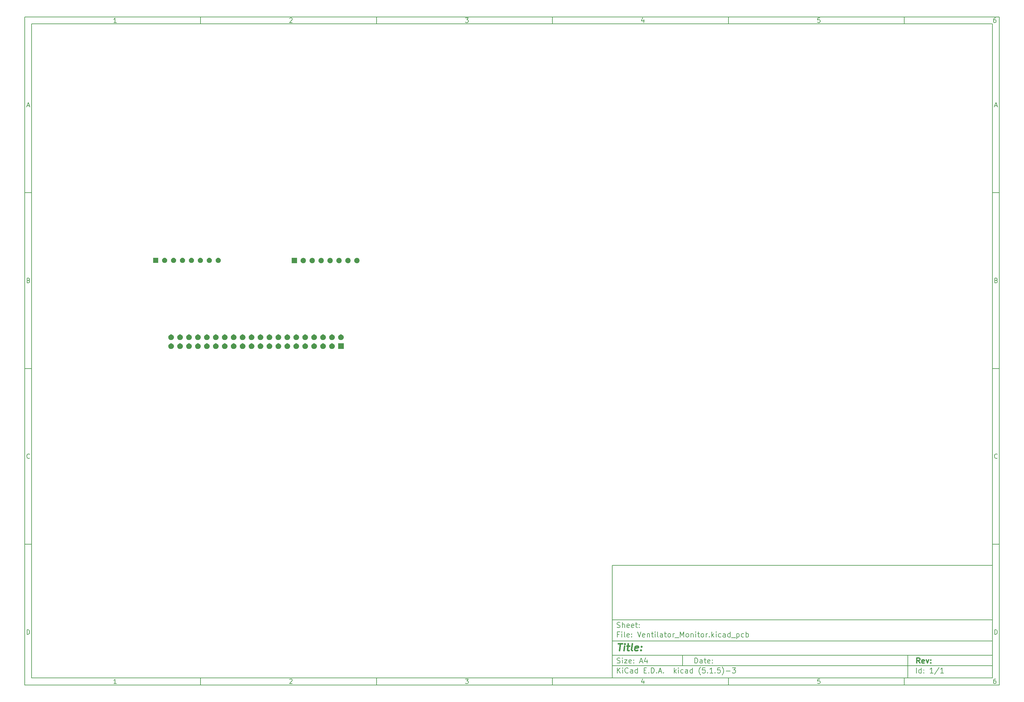
<source format=gbr>
G04 #@! TF.GenerationSoftware,KiCad,Pcbnew,(5.1.5)-3*
G04 #@! TF.CreationDate,2020-04-28T22:00:42-04:00*
G04 #@! TF.ProjectId,Ventilator_Monitor,56656e74-696c-4617-946f-725f4d6f6e69,rev?*
G04 #@! TF.SameCoordinates,Original*
G04 #@! TF.FileFunction,Soldermask,Top*
G04 #@! TF.FilePolarity,Negative*
%FSLAX46Y46*%
G04 Gerber Fmt 4.6, Leading zero omitted, Abs format (unit mm)*
G04 Created by KiCad (PCBNEW (5.1.5)-3) date 2020-04-28 22:00:42*
%MOMM*%
%LPD*%
G04 APERTURE LIST*
%ADD10C,0.100000*%
%ADD11C,0.150000*%
%ADD12C,0.300000*%
%ADD13C,0.400000*%
G04 APERTURE END LIST*
D10*
D11*
X177002200Y-166007200D02*
X177002200Y-198007200D01*
X285002200Y-198007200D01*
X285002200Y-166007200D01*
X177002200Y-166007200D01*
D10*
D11*
X10000000Y-10000000D02*
X10000000Y-200007200D01*
X287002200Y-200007200D01*
X287002200Y-10000000D01*
X10000000Y-10000000D01*
D10*
D11*
X12000000Y-12000000D02*
X12000000Y-198007200D01*
X285002200Y-198007200D01*
X285002200Y-12000000D01*
X12000000Y-12000000D01*
D10*
D11*
X60000000Y-12000000D02*
X60000000Y-10000000D01*
D10*
D11*
X110000000Y-12000000D02*
X110000000Y-10000000D01*
D10*
D11*
X160000000Y-12000000D02*
X160000000Y-10000000D01*
D10*
D11*
X210000000Y-12000000D02*
X210000000Y-10000000D01*
D10*
D11*
X260000000Y-12000000D02*
X260000000Y-10000000D01*
D10*
D11*
X36065476Y-11588095D02*
X35322619Y-11588095D01*
X35694047Y-11588095D02*
X35694047Y-10288095D01*
X35570238Y-10473809D01*
X35446428Y-10597619D01*
X35322619Y-10659523D01*
D10*
D11*
X85322619Y-10411904D02*
X85384523Y-10350000D01*
X85508333Y-10288095D01*
X85817857Y-10288095D01*
X85941666Y-10350000D01*
X86003571Y-10411904D01*
X86065476Y-10535714D01*
X86065476Y-10659523D01*
X86003571Y-10845238D01*
X85260714Y-11588095D01*
X86065476Y-11588095D01*
D10*
D11*
X135260714Y-10288095D02*
X136065476Y-10288095D01*
X135632142Y-10783333D01*
X135817857Y-10783333D01*
X135941666Y-10845238D01*
X136003571Y-10907142D01*
X136065476Y-11030952D01*
X136065476Y-11340476D01*
X136003571Y-11464285D01*
X135941666Y-11526190D01*
X135817857Y-11588095D01*
X135446428Y-11588095D01*
X135322619Y-11526190D01*
X135260714Y-11464285D01*
D10*
D11*
X185941666Y-10721428D02*
X185941666Y-11588095D01*
X185632142Y-10226190D02*
X185322619Y-11154761D01*
X186127380Y-11154761D01*
D10*
D11*
X236003571Y-10288095D02*
X235384523Y-10288095D01*
X235322619Y-10907142D01*
X235384523Y-10845238D01*
X235508333Y-10783333D01*
X235817857Y-10783333D01*
X235941666Y-10845238D01*
X236003571Y-10907142D01*
X236065476Y-11030952D01*
X236065476Y-11340476D01*
X236003571Y-11464285D01*
X235941666Y-11526190D01*
X235817857Y-11588095D01*
X235508333Y-11588095D01*
X235384523Y-11526190D01*
X235322619Y-11464285D01*
D10*
D11*
X285941666Y-10288095D02*
X285694047Y-10288095D01*
X285570238Y-10350000D01*
X285508333Y-10411904D01*
X285384523Y-10597619D01*
X285322619Y-10845238D01*
X285322619Y-11340476D01*
X285384523Y-11464285D01*
X285446428Y-11526190D01*
X285570238Y-11588095D01*
X285817857Y-11588095D01*
X285941666Y-11526190D01*
X286003571Y-11464285D01*
X286065476Y-11340476D01*
X286065476Y-11030952D01*
X286003571Y-10907142D01*
X285941666Y-10845238D01*
X285817857Y-10783333D01*
X285570238Y-10783333D01*
X285446428Y-10845238D01*
X285384523Y-10907142D01*
X285322619Y-11030952D01*
D10*
D11*
X60000000Y-198007200D02*
X60000000Y-200007200D01*
D10*
D11*
X110000000Y-198007200D02*
X110000000Y-200007200D01*
D10*
D11*
X160000000Y-198007200D02*
X160000000Y-200007200D01*
D10*
D11*
X210000000Y-198007200D02*
X210000000Y-200007200D01*
D10*
D11*
X260000000Y-198007200D02*
X260000000Y-200007200D01*
D10*
D11*
X36065476Y-199595295D02*
X35322619Y-199595295D01*
X35694047Y-199595295D02*
X35694047Y-198295295D01*
X35570238Y-198481009D01*
X35446428Y-198604819D01*
X35322619Y-198666723D01*
D10*
D11*
X85322619Y-198419104D02*
X85384523Y-198357200D01*
X85508333Y-198295295D01*
X85817857Y-198295295D01*
X85941666Y-198357200D01*
X86003571Y-198419104D01*
X86065476Y-198542914D01*
X86065476Y-198666723D01*
X86003571Y-198852438D01*
X85260714Y-199595295D01*
X86065476Y-199595295D01*
D10*
D11*
X135260714Y-198295295D02*
X136065476Y-198295295D01*
X135632142Y-198790533D01*
X135817857Y-198790533D01*
X135941666Y-198852438D01*
X136003571Y-198914342D01*
X136065476Y-199038152D01*
X136065476Y-199347676D01*
X136003571Y-199471485D01*
X135941666Y-199533390D01*
X135817857Y-199595295D01*
X135446428Y-199595295D01*
X135322619Y-199533390D01*
X135260714Y-199471485D01*
D10*
D11*
X185941666Y-198728628D02*
X185941666Y-199595295D01*
X185632142Y-198233390D02*
X185322619Y-199161961D01*
X186127380Y-199161961D01*
D10*
D11*
X236003571Y-198295295D02*
X235384523Y-198295295D01*
X235322619Y-198914342D01*
X235384523Y-198852438D01*
X235508333Y-198790533D01*
X235817857Y-198790533D01*
X235941666Y-198852438D01*
X236003571Y-198914342D01*
X236065476Y-199038152D01*
X236065476Y-199347676D01*
X236003571Y-199471485D01*
X235941666Y-199533390D01*
X235817857Y-199595295D01*
X235508333Y-199595295D01*
X235384523Y-199533390D01*
X235322619Y-199471485D01*
D10*
D11*
X285941666Y-198295295D02*
X285694047Y-198295295D01*
X285570238Y-198357200D01*
X285508333Y-198419104D01*
X285384523Y-198604819D01*
X285322619Y-198852438D01*
X285322619Y-199347676D01*
X285384523Y-199471485D01*
X285446428Y-199533390D01*
X285570238Y-199595295D01*
X285817857Y-199595295D01*
X285941666Y-199533390D01*
X286003571Y-199471485D01*
X286065476Y-199347676D01*
X286065476Y-199038152D01*
X286003571Y-198914342D01*
X285941666Y-198852438D01*
X285817857Y-198790533D01*
X285570238Y-198790533D01*
X285446428Y-198852438D01*
X285384523Y-198914342D01*
X285322619Y-199038152D01*
D10*
D11*
X10000000Y-60000000D02*
X12000000Y-60000000D01*
D10*
D11*
X10000000Y-110000000D02*
X12000000Y-110000000D01*
D10*
D11*
X10000000Y-160000000D02*
X12000000Y-160000000D01*
D10*
D11*
X10690476Y-35216666D02*
X11309523Y-35216666D01*
X10566666Y-35588095D02*
X11000000Y-34288095D01*
X11433333Y-35588095D01*
D10*
D11*
X11092857Y-84907142D02*
X11278571Y-84969047D01*
X11340476Y-85030952D01*
X11402380Y-85154761D01*
X11402380Y-85340476D01*
X11340476Y-85464285D01*
X11278571Y-85526190D01*
X11154761Y-85588095D01*
X10659523Y-85588095D01*
X10659523Y-84288095D01*
X11092857Y-84288095D01*
X11216666Y-84350000D01*
X11278571Y-84411904D01*
X11340476Y-84535714D01*
X11340476Y-84659523D01*
X11278571Y-84783333D01*
X11216666Y-84845238D01*
X11092857Y-84907142D01*
X10659523Y-84907142D01*
D10*
D11*
X11402380Y-135464285D02*
X11340476Y-135526190D01*
X11154761Y-135588095D01*
X11030952Y-135588095D01*
X10845238Y-135526190D01*
X10721428Y-135402380D01*
X10659523Y-135278571D01*
X10597619Y-135030952D01*
X10597619Y-134845238D01*
X10659523Y-134597619D01*
X10721428Y-134473809D01*
X10845238Y-134350000D01*
X11030952Y-134288095D01*
X11154761Y-134288095D01*
X11340476Y-134350000D01*
X11402380Y-134411904D01*
D10*
D11*
X10659523Y-185588095D02*
X10659523Y-184288095D01*
X10969047Y-184288095D01*
X11154761Y-184350000D01*
X11278571Y-184473809D01*
X11340476Y-184597619D01*
X11402380Y-184845238D01*
X11402380Y-185030952D01*
X11340476Y-185278571D01*
X11278571Y-185402380D01*
X11154761Y-185526190D01*
X10969047Y-185588095D01*
X10659523Y-185588095D01*
D10*
D11*
X287002200Y-60000000D02*
X285002200Y-60000000D01*
D10*
D11*
X287002200Y-110000000D02*
X285002200Y-110000000D01*
D10*
D11*
X287002200Y-160000000D02*
X285002200Y-160000000D01*
D10*
D11*
X285692676Y-35216666D02*
X286311723Y-35216666D01*
X285568866Y-35588095D02*
X286002200Y-34288095D01*
X286435533Y-35588095D01*
D10*
D11*
X286095057Y-84907142D02*
X286280771Y-84969047D01*
X286342676Y-85030952D01*
X286404580Y-85154761D01*
X286404580Y-85340476D01*
X286342676Y-85464285D01*
X286280771Y-85526190D01*
X286156961Y-85588095D01*
X285661723Y-85588095D01*
X285661723Y-84288095D01*
X286095057Y-84288095D01*
X286218866Y-84350000D01*
X286280771Y-84411904D01*
X286342676Y-84535714D01*
X286342676Y-84659523D01*
X286280771Y-84783333D01*
X286218866Y-84845238D01*
X286095057Y-84907142D01*
X285661723Y-84907142D01*
D10*
D11*
X286404580Y-135464285D02*
X286342676Y-135526190D01*
X286156961Y-135588095D01*
X286033152Y-135588095D01*
X285847438Y-135526190D01*
X285723628Y-135402380D01*
X285661723Y-135278571D01*
X285599819Y-135030952D01*
X285599819Y-134845238D01*
X285661723Y-134597619D01*
X285723628Y-134473809D01*
X285847438Y-134350000D01*
X286033152Y-134288095D01*
X286156961Y-134288095D01*
X286342676Y-134350000D01*
X286404580Y-134411904D01*
D10*
D11*
X285661723Y-185588095D02*
X285661723Y-184288095D01*
X285971247Y-184288095D01*
X286156961Y-184350000D01*
X286280771Y-184473809D01*
X286342676Y-184597619D01*
X286404580Y-184845238D01*
X286404580Y-185030952D01*
X286342676Y-185278571D01*
X286280771Y-185402380D01*
X286156961Y-185526190D01*
X285971247Y-185588095D01*
X285661723Y-185588095D01*
D10*
D11*
X200434342Y-193785771D02*
X200434342Y-192285771D01*
X200791485Y-192285771D01*
X201005771Y-192357200D01*
X201148628Y-192500057D01*
X201220057Y-192642914D01*
X201291485Y-192928628D01*
X201291485Y-193142914D01*
X201220057Y-193428628D01*
X201148628Y-193571485D01*
X201005771Y-193714342D01*
X200791485Y-193785771D01*
X200434342Y-193785771D01*
X202577200Y-193785771D02*
X202577200Y-193000057D01*
X202505771Y-192857200D01*
X202362914Y-192785771D01*
X202077200Y-192785771D01*
X201934342Y-192857200D01*
X202577200Y-193714342D02*
X202434342Y-193785771D01*
X202077200Y-193785771D01*
X201934342Y-193714342D01*
X201862914Y-193571485D01*
X201862914Y-193428628D01*
X201934342Y-193285771D01*
X202077200Y-193214342D01*
X202434342Y-193214342D01*
X202577200Y-193142914D01*
X203077200Y-192785771D02*
X203648628Y-192785771D01*
X203291485Y-192285771D02*
X203291485Y-193571485D01*
X203362914Y-193714342D01*
X203505771Y-193785771D01*
X203648628Y-193785771D01*
X204720057Y-193714342D02*
X204577200Y-193785771D01*
X204291485Y-193785771D01*
X204148628Y-193714342D01*
X204077200Y-193571485D01*
X204077200Y-193000057D01*
X204148628Y-192857200D01*
X204291485Y-192785771D01*
X204577200Y-192785771D01*
X204720057Y-192857200D01*
X204791485Y-193000057D01*
X204791485Y-193142914D01*
X204077200Y-193285771D01*
X205434342Y-193642914D02*
X205505771Y-193714342D01*
X205434342Y-193785771D01*
X205362914Y-193714342D01*
X205434342Y-193642914D01*
X205434342Y-193785771D01*
X205434342Y-192857200D02*
X205505771Y-192928628D01*
X205434342Y-193000057D01*
X205362914Y-192928628D01*
X205434342Y-192857200D01*
X205434342Y-193000057D01*
D10*
D11*
X177002200Y-194507200D02*
X285002200Y-194507200D01*
D10*
D11*
X178434342Y-196585771D02*
X178434342Y-195085771D01*
X179291485Y-196585771D02*
X178648628Y-195728628D01*
X179291485Y-195085771D02*
X178434342Y-195942914D01*
X179934342Y-196585771D02*
X179934342Y-195585771D01*
X179934342Y-195085771D02*
X179862914Y-195157200D01*
X179934342Y-195228628D01*
X180005771Y-195157200D01*
X179934342Y-195085771D01*
X179934342Y-195228628D01*
X181505771Y-196442914D02*
X181434342Y-196514342D01*
X181220057Y-196585771D01*
X181077200Y-196585771D01*
X180862914Y-196514342D01*
X180720057Y-196371485D01*
X180648628Y-196228628D01*
X180577200Y-195942914D01*
X180577200Y-195728628D01*
X180648628Y-195442914D01*
X180720057Y-195300057D01*
X180862914Y-195157200D01*
X181077200Y-195085771D01*
X181220057Y-195085771D01*
X181434342Y-195157200D01*
X181505771Y-195228628D01*
X182791485Y-196585771D02*
X182791485Y-195800057D01*
X182720057Y-195657200D01*
X182577200Y-195585771D01*
X182291485Y-195585771D01*
X182148628Y-195657200D01*
X182791485Y-196514342D02*
X182648628Y-196585771D01*
X182291485Y-196585771D01*
X182148628Y-196514342D01*
X182077200Y-196371485D01*
X182077200Y-196228628D01*
X182148628Y-196085771D01*
X182291485Y-196014342D01*
X182648628Y-196014342D01*
X182791485Y-195942914D01*
X184148628Y-196585771D02*
X184148628Y-195085771D01*
X184148628Y-196514342D02*
X184005771Y-196585771D01*
X183720057Y-196585771D01*
X183577200Y-196514342D01*
X183505771Y-196442914D01*
X183434342Y-196300057D01*
X183434342Y-195871485D01*
X183505771Y-195728628D01*
X183577200Y-195657200D01*
X183720057Y-195585771D01*
X184005771Y-195585771D01*
X184148628Y-195657200D01*
X186005771Y-195800057D02*
X186505771Y-195800057D01*
X186720057Y-196585771D02*
X186005771Y-196585771D01*
X186005771Y-195085771D01*
X186720057Y-195085771D01*
X187362914Y-196442914D02*
X187434342Y-196514342D01*
X187362914Y-196585771D01*
X187291485Y-196514342D01*
X187362914Y-196442914D01*
X187362914Y-196585771D01*
X188077200Y-196585771D02*
X188077200Y-195085771D01*
X188434342Y-195085771D01*
X188648628Y-195157200D01*
X188791485Y-195300057D01*
X188862914Y-195442914D01*
X188934342Y-195728628D01*
X188934342Y-195942914D01*
X188862914Y-196228628D01*
X188791485Y-196371485D01*
X188648628Y-196514342D01*
X188434342Y-196585771D01*
X188077200Y-196585771D01*
X189577200Y-196442914D02*
X189648628Y-196514342D01*
X189577200Y-196585771D01*
X189505771Y-196514342D01*
X189577200Y-196442914D01*
X189577200Y-196585771D01*
X190220057Y-196157200D02*
X190934342Y-196157200D01*
X190077200Y-196585771D02*
X190577200Y-195085771D01*
X191077200Y-196585771D01*
X191577200Y-196442914D02*
X191648628Y-196514342D01*
X191577200Y-196585771D01*
X191505771Y-196514342D01*
X191577200Y-196442914D01*
X191577200Y-196585771D01*
X194577200Y-196585771D02*
X194577200Y-195085771D01*
X194720057Y-196014342D02*
X195148628Y-196585771D01*
X195148628Y-195585771D02*
X194577200Y-196157200D01*
X195791485Y-196585771D02*
X195791485Y-195585771D01*
X195791485Y-195085771D02*
X195720057Y-195157200D01*
X195791485Y-195228628D01*
X195862914Y-195157200D01*
X195791485Y-195085771D01*
X195791485Y-195228628D01*
X197148628Y-196514342D02*
X197005771Y-196585771D01*
X196720057Y-196585771D01*
X196577200Y-196514342D01*
X196505771Y-196442914D01*
X196434342Y-196300057D01*
X196434342Y-195871485D01*
X196505771Y-195728628D01*
X196577200Y-195657200D01*
X196720057Y-195585771D01*
X197005771Y-195585771D01*
X197148628Y-195657200D01*
X198434342Y-196585771D02*
X198434342Y-195800057D01*
X198362914Y-195657200D01*
X198220057Y-195585771D01*
X197934342Y-195585771D01*
X197791485Y-195657200D01*
X198434342Y-196514342D02*
X198291485Y-196585771D01*
X197934342Y-196585771D01*
X197791485Y-196514342D01*
X197720057Y-196371485D01*
X197720057Y-196228628D01*
X197791485Y-196085771D01*
X197934342Y-196014342D01*
X198291485Y-196014342D01*
X198434342Y-195942914D01*
X199791485Y-196585771D02*
X199791485Y-195085771D01*
X199791485Y-196514342D02*
X199648628Y-196585771D01*
X199362914Y-196585771D01*
X199220057Y-196514342D01*
X199148628Y-196442914D01*
X199077200Y-196300057D01*
X199077200Y-195871485D01*
X199148628Y-195728628D01*
X199220057Y-195657200D01*
X199362914Y-195585771D01*
X199648628Y-195585771D01*
X199791485Y-195657200D01*
X202077200Y-197157200D02*
X202005771Y-197085771D01*
X201862914Y-196871485D01*
X201791485Y-196728628D01*
X201720057Y-196514342D01*
X201648628Y-196157200D01*
X201648628Y-195871485D01*
X201720057Y-195514342D01*
X201791485Y-195300057D01*
X201862914Y-195157200D01*
X202005771Y-194942914D01*
X202077200Y-194871485D01*
X203362914Y-195085771D02*
X202648628Y-195085771D01*
X202577200Y-195800057D01*
X202648628Y-195728628D01*
X202791485Y-195657200D01*
X203148628Y-195657200D01*
X203291485Y-195728628D01*
X203362914Y-195800057D01*
X203434342Y-195942914D01*
X203434342Y-196300057D01*
X203362914Y-196442914D01*
X203291485Y-196514342D01*
X203148628Y-196585771D01*
X202791485Y-196585771D01*
X202648628Y-196514342D01*
X202577200Y-196442914D01*
X204077200Y-196442914D02*
X204148628Y-196514342D01*
X204077200Y-196585771D01*
X204005771Y-196514342D01*
X204077200Y-196442914D01*
X204077200Y-196585771D01*
X205577200Y-196585771D02*
X204720057Y-196585771D01*
X205148628Y-196585771D02*
X205148628Y-195085771D01*
X205005771Y-195300057D01*
X204862914Y-195442914D01*
X204720057Y-195514342D01*
X206220057Y-196442914D02*
X206291485Y-196514342D01*
X206220057Y-196585771D01*
X206148628Y-196514342D01*
X206220057Y-196442914D01*
X206220057Y-196585771D01*
X207648628Y-195085771D02*
X206934342Y-195085771D01*
X206862914Y-195800057D01*
X206934342Y-195728628D01*
X207077200Y-195657200D01*
X207434342Y-195657200D01*
X207577200Y-195728628D01*
X207648628Y-195800057D01*
X207720057Y-195942914D01*
X207720057Y-196300057D01*
X207648628Y-196442914D01*
X207577200Y-196514342D01*
X207434342Y-196585771D01*
X207077200Y-196585771D01*
X206934342Y-196514342D01*
X206862914Y-196442914D01*
X208220057Y-197157200D02*
X208291485Y-197085771D01*
X208434342Y-196871485D01*
X208505771Y-196728628D01*
X208577200Y-196514342D01*
X208648628Y-196157200D01*
X208648628Y-195871485D01*
X208577200Y-195514342D01*
X208505771Y-195300057D01*
X208434342Y-195157200D01*
X208291485Y-194942914D01*
X208220057Y-194871485D01*
X209362914Y-196014342D02*
X210505771Y-196014342D01*
X211077200Y-195085771D02*
X212005771Y-195085771D01*
X211505771Y-195657200D01*
X211720057Y-195657200D01*
X211862914Y-195728628D01*
X211934342Y-195800057D01*
X212005771Y-195942914D01*
X212005771Y-196300057D01*
X211934342Y-196442914D01*
X211862914Y-196514342D01*
X211720057Y-196585771D01*
X211291485Y-196585771D01*
X211148628Y-196514342D01*
X211077200Y-196442914D01*
D10*
D11*
X177002200Y-191507200D02*
X285002200Y-191507200D01*
D10*
D12*
X264411485Y-193785771D02*
X263911485Y-193071485D01*
X263554342Y-193785771D02*
X263554342Y-192285771D01*
X264125771Y-192285771D01*
X264268628Y-192357200D01*
X264340057Y-192428628D01*
X264411485Y-192571485D01*
X264411485Y-192785771D01*
X264340057Y-192928628D01*
X264268628Y-193000057D01*
X264125771Y-193071485D01*
X263554342Y-193071485D01*
X265625771Y-193714342D02*
X265482914Y-193785771D01*
X265197200Y-193785771D01*
X265054342Y-193714342D01*
X264982914Y-193571485D01*
X264982914Y-193000057D01*
X265054342Y-192857200D01*
X265197200Y-192785771D01*
X265482914Y-192785771D01*
X265625771Y-192857200D01*
X265697200Y-193000057D01*
X265697200Y-193142914D01*
X264982914Y-193285771D01*
X266197200Y-192785771D02*
X266554342Y-193785771D01*
X266911485Y-192785771D01*
X267482914Y-193642914D02*
X267554342Y-193714342D01*
X267482914Y-193785771D01*
X267411485Y-193714342D01*
X267482914Y-193642914D01*
X267482914Y-193785771D01*
X267482914Y-192857200D02*
X267554342Y-192928628D01*
X267482914Y-193000057D01*
X267411485Y-192928628D01*
X267482914Y-192857200D01*
X267482914Y-193000057D01*
D10*
D11*
X178362914Y-193714342D02*
X178577200Y-193785771D01*
X178934342Y-193785771D01*
X179077200Y-193714342D01*
X179148628Y-193642914D01*
X179220057Y-193500057D01*
X179220057Y-193357200D01*
X179148628Y-193214342D01*
X179077200Y-193142914D01*
X178934342Y-193071485D01*
X178648628Y-193000057D01*
X178505771Y-192928628D01*
X178434342Y-192857200D01*
X178362914Y-192714342D01*
X178362914Y-192571485D01*
X178434342Y-192428628D01*
X178505771Y-192357200D01*
X178648628Y-192285771D01*
X179005771Y-192285771D01*
X179220057Y-192357200D01*
X179862914Y-193785771D02*
X179862914Y-192785771D01*
X179862914Y-192285771D02*
X179791485Y-192357200D01*
X179862914Y-192428628D01*
X179934342Y-192357200D01*
X179862914Y-192285771D01*
X179862914Y-192428628D01*
X180434342Y-192785771D02*
X181220057Y-192785771D01*
X180434342Y-193785771D01*
X181220057Y-193785771D01*
X182362914Y-193714342D02*
X182220057Y-193785771D01*
X181934342Y-193785771D01*
X181791485Y-193714342D01*
X181720057Y-193571485D01*
X181720057Y-193000057D01*
X181791485Y-192857200D01*
X181934342Y-192785771D01*
X182220057Y-192785771D01*
X182362914Y-192857200D01*
X182434342Y-193000057D01*
X182434342Y-193142914D01*
X181720057Y-193285771D01*
X183077200Y-193642914D02*
X183148628Y-193714342D01*
X183077200Y-193785771D01*
X183005771Y-193714342D01*
X183077200Y-193642914D01*
X183077200Y-193785771D01*
X183077200Y-192857200D02*
X183148628Y-192928628D01*
X183077200Y-193000057D01*
X183005771Y-192928628D01*
X183077200Y-192857200D01*
X183077200Y-193000057D01*
X184862914Y-193357200D02*
X185577200Y-193357200D01*
X184720057Y-193785771D02*
X185220057Y-192285771D01*
X185720057Y-193785771D01*
X186862914Y-192785771D02*
X186862914Y-193785771D01*
X186505771Y-192214342D02*
X186148628Y-193285771D01*
X187077200Y-193285771D01*
D10*
D11*
X263434342Y-196585771D02*
X263434342Y-195085771D01*
X264791485Y-196585771D02*
X264791485Y-195085771D01*
X264791485Y-196514342D02*
X264648628Y-196585771D01*
X264362914Y-196585771D01*
X264220057Y-196514342D01*
X264148628Y-196442914D01*
X264077200Y-196300057D01*
X264077200Y-195871485D01*
X264148628Y-195728628D01*
X264220057Y-195657200D01*
X264362914Y-195585771D01*
X264648628Y-195585771D01*
X264791485Y-195657200D01*
X265505771Y-196442914D02*
X265577200Y-196514342D01*
X265505771Y-196585771D01*
X265434342Y-196514342D01*
X265505771Y-196442914D01*
X265505771Y-196585771D01*
X265505771Y-195657200D02*
X265577200Y-195728628D01*
X265505771Y-195800057D01*
X265434342Y-195728628D01*
X265505771Y-195657200D01*
X265505771Y-195800057D01*
X268148628Y-196585771D02*
X267291485Y-196585771D01*
X267720057Y-196585771D02*
X267720057Y-195085771D01*
X267577200Y-195300057D01*
X267434342Y-195442914D01*
X267291485Y-195514342D01*
X269862914Y-195014342D02*
X268577200Y-196942914D01*
X271148628Y-196585771D02*
X270291485Y-196585771D01*
X270720057Y-196585771D02*
X270720057Y-195085771D01*
X270577200Y-195300057D01*
X270434342Y-195442914D01*
X270291485Y-195514342D01*
D10*
D11*
X177002200Y-187507200D02*
X285002200Y-187507200D01*
D10*
D13*
X178714580Y-188211961D02*
X179857438Y-188211961D01*
X179036009Y-190211961D02*
X179286009Y-188211961D01*
X180274104Y-190211961D02*
X180440771Y-188878628D01*
X180524104Y-188211961D02*
X180416961Y-188307200D01*
X180500295Y-188402438D01*
X180607438Y-188307200D01*
X180524104Y-188211961D01*
X180500295Y-188402438D01*
X181107438Y-188878628D02*
X181869342Y-188878628D01*
X181476485Y-188211961D02*
X181262200Y-189926247D01*
X181333628Y-190116723D01*
X181512200Y-190211961D01*
X181702676Y-190211961D01*
X182655057Y-190211961D02*
X182476485Y-190116723D01*
X182405057Y-189926247D01*
X182619342Y-188211961D01*
X184190771Y-190116723D02*
X183988390Y-190211961D01*
X183607438Y-190211961D01*
X183428866Y-190116723D01*
X183357438Y-189926247D01*
X183452676Y-189164342D01*
X183571723Y-188973866D01*
X183774104Y-188878628D01*
X184155057Y-188878628D01*
X184333628Y-188973866D01*
X184405057Y-189164342D01*
X184381247Y-189354819D01*
X183405057Y-189545295D01*
X185155057Y-190021485D02*
X185238390Y-190116723D01*
X185131247Y-190211961D01*
X185047914Y-190116723D01*
X185155057Y-190021485D01*
X185131247Y-190211961D01*
X185286009Y-188973866D02*
X185369342Y-189069104D01*
X185262200Y-189164342D01*
X185178866Y-189069104D01*
X185286009Y-188973866D01*
X185262200Y-189164342D01*
D10*
D11*
X178934342Y-185600057D02*
X178434342Y-185600057D01*
X178434342Y-186385771D02*
X178434342Y-184885771D01*
X179148628Y-184885771D01*
X179720057Y-186385771D02*
X179720057Y-185385771D01*
X179720057Y-184885771D02*
X179648628Y-184957200D01*
X179720057Y-185028628D01*
X179791485Y-184957200D01*
X179720057Y-184885771D01*
X179720057Y-185028628D01*
X180648628Y-186385771D02*
X180505771Y-186314342D01*
X180434342Y-186171485D01*
X180434342Y-184885771D01*
X181791485Y-186314342D02*
X181648628Y-186385771D01*
X181362914Y-186385771D01*
X181220057Y-186314342D01*
X181148628Y-186171485D01*
X181148628Y-185600057D01*
X181220057Y-185457200D01*
X181362914Y-185385771D01*
X181648628Y-185385771D01*
X181791485Y-185457200D01*
X181862914Y-185600057D01*
X181862914Y-185742914D01*
X181148628Y-185885771D01*
X182505771Y-186242914D02*
X182577200Y-186314342D01*
X182505771Y-186385771D01*
X182434342Y-186314342D01*
X182505771Y-186242914D01*
X182505771Y-186385771D01*
X182505771Y-185457200D02*
X182577200Y-185528628D01*
X182505771Y-185600057D01*
X182434342Y-185528628D01*
X182505771Y-185457200D01*
X182505771Y-185600057D01*
X184148628Y-184885771D02*
X184648628Y-186385771D01*
X185148628Y-184885771D01*
X186220057Y-186314342D02*
X186077200Y-186385771D01*
X185791485Y-186385771D01*
X185648628Y-186314342D01*
X185577200Y-186171485D01*
X185577200Y-185600057D01*
X185648628Y-185457200D01*
X185791485Y-185385771D01*
X186077200Y-185385771D01*
X186220057Y-185457200D01*
X186291485Y-185600057D01*
X186291485Y-185742914D01*
X185577200Y-185885771D01*
X186934342Y-185385771D02*
X186934342Y-186385771D01*
X186934342Y-185528628D02*
X187005771Y-185457200D01*
X187148628Y-185385771D01*
X187362914Y-185385771D01*
X187505771Y-185457200D01*
X187577200Y-185600057D01*
X187577200Y-186385771D01*
X188077200Y-185385771D02*
X188648628Y-185385771D01*
X188291485Y-184885771D02*
X188291485Y-186171485D01*
X188362914Y-186314342D01*
X188505771Y-186385771D01*
X188648628Y-186385771D01*
X189148628Y-186385771D02*
X189148628Y-185385771D01*
X189148628Y-184885771D02*
X189077200Y-184957200D01*
X189148628Y-185028628D01*
X189220057Y-184957200D01*
X189148628Y-184885771D01*
X189148628Y-185028628D01*
X190077200Y-186385771D02*
X189934342Y-186314342D01*
X189862914Y-186171485D01*
X189862914Y-184885771D01*
X191291485Y-186385771D02*
X191291485Y-185600057D01*
X191220057Y-185457200D01*
X191077200Y-185385771D01*
X190791485Y-185385771D01*
X190648628Y-185457200D01*
X191291485Y-186314342D02*
X191148628Y-186385771D01*
X190791485Y-186385771D01*
X190648628Y-186314342D01*
X190577200Y-186171485D01*
X190577200Y-186028628D01*
X190648628Y-185885771D01*
X190791485Y-185814342D01*
X191148628Y-185814342D01*
X191291485Y-185742914D01*
X191791485Y-185385771D02*
X192362914Y-185385771D01*
X192005771Y-184885771D02*
X192005771Y-186171485D01*
X192077200Y-186314342D01*
X192220057Y-186385771D01*
X192362914Y-186385771D01*
X193077200Y-186385771D02*
X192934342Y-186314342D01*
X192862914Y-186242914D01*
X192791485Y-186100057D01*
X192791485Y-185671485D01*
X192862914Y-185528628D01*
X192934342Y-185457200D01*
X193077200Y-185385771D01*
X193291485Y-185385771D01*
X193434342Y-185457200D01*
X193505771Y-185528628D01*
X193577200Y-185671485D01*
X193577200Y-186100057D01*
X193505771Y-186242914D01*
X193434342Y-186314342D01*
X193291485Y-186385771D01*
X193077200Y-186385771D01*
X194220057Y-186385771D02*
X194220057Y-185385771D01*
X194220057Y-185671485D02*
X194291485Y-185528628D01*
X194362914Y-185457200D01*
X194505771Y-185385771D01*
X194648628Y-185385771D01*
X194791485Y-186528628D02*
X195934342Y-186528628D01*
X196291485Y-186385771D02*
X196291485Y-184885771D01*
X196791485Y-185957200D01*
X197291485Y-184885771D01*
X197291485Y-186385771D01*
X198220057Y-186385771D02*
X198077200Y-186314342D01*
X198005771Y-186242914D01*
X197934342Y-186100057D01*
X197934342Y-185671485D01*
X198005771Y-185528628D01*
X198077200Y-185457200D01*
X198220057Y-185385771D01*
X198434342Y-185385771D01*
X198577200Y-185457200D01*
X198648628Y-185528628D01*
X198720057Y-185671485D01*
X198720057Y-186100057D01*
X198648628Y-186242914D01*
X198577200Y-186314342D01*
X198434342Y-186385771D01*
X198220057Y-186385771D01*
X199362914Y-185385771D02*
X199362914Y-186385771D01*
X199362914Y-185528628D02*
X199434342Y-185457200D01*
X199577200Y-185385771D01*
X199791485Y-185385771D01*
X199934342Y-185457200D01*
X200005771Y-185600057D01*
X200005771Y-186385771D01*
X200720057Y-186385771D02*
X200720057Y-185385771D01*
X200720057Y-184885771D02*
X200648628Y-184957200D01*
X200720057Y-185028628D01*
X200791485Y-184957200D01*
X200720057Y-184885771D01*
X200720057Y-185028628D01*
X201220057Y-185385771D02*
X201791485Y-185385771D01*
X201434342Y-184885771D02*
X201434342Y-186171485D01*
X201505771Y-186314342D01*
X201648628Y-186385771D01*
X201791485Y-186385771D01*
X202505771Y-186385771D02*
X202362914Y-186314342D01*
X202291485Y-186242914D01*
X202220057Y-186100057D01*
X202220057Y-185671485D01*
X202291485Y-185528628D01*
X202362914Y-185457200D01*
X202505771Y-185385771D01*
X202720057Y-185385771D01*
X202862914Y-185457200D01*
X202934342Y-185528628D01*
X203005771Y-185671485D01*
X203005771Y-186100057D01*
X202934342Y-186242914D01*
X202862914Y-186314342D01*
X202720057Y-186385771D01*
X202505771Y-186385771D01*
X203648628Y-186385771D02*
X203648628Y-185385771D01*
X203648628Y-185671485D02*
X203720057Y-185528628D01*
X203791485Y-185457200D01*
X203934342Y-185385771D01*
X204077200Y-185385771D01*
X204577200Y-186242914D02*
X204648628Y-186314342D01*
X204577200Y-186385771D01*
X204505771Y-186314342D01*
X204577200Y-186242914D01*
X204577200Y-186385771D01*
X205291485Y-186385771D02*
X205291485Y-184885771D01*
X205434342Y-185814342D02*
X205862914Y-186385771D01*
X205862914Y-185385771D02*
X205291485Y-185957200D01*
X206505771Y-186385771D02*
X206505771Y-185385771D01*
X206505771Y-184885771D02*
X206434342Y-184957200D01*
X206505771Y-185028628D01*
X206577200Y-184957200D01*
X206505771Y-184885771D01*
X206505771Y-185028628D01*
X207862914Y-186314342D02*
X207720057Y-186385771D01*
X207434342Y-186385771D01*
X207291485Y-186314342D01*
X207220057Y-186242914D01*
X207148628Y-186100057D01*
X207148628Y-185671485D01*
X207220057Y-185528628D01*
X207291485Y-185457200D01*
X207434342Y-185385771D01*
X207720057Y-185385771D01*
X207862914Y-185457200D01*
X209148628Y-186385771D02*
X209148628Y-185600057D01*
X209077200Y-185457200D01*
X208934342Y-185385771D01*
X208648628Y-185385771D01*
X208505771Y-185457200D01*
X209148628Y-186314342D02*
X209005771Y-186385771D01*
X208648628Y-186385771D01*
X208505771Y-186314342D01*
X208434342Y-186171485D01*
X208434342Y-186028628D01*
X208505771Y-185885771D01*
X208648628Y-185814342D01*
X209005771Y-185814342D01*
X209148628Y-185742914D01*
X210505771Y-186385771D02*
X210505771Y-184885771D01*
X210505771Y-186314342D02*
X210362914Y-186385771D01*
X210077200Y-186385771D01*
X209934342Y-186314342D01*
X209862914Y-186242914D01*
X209791485Y-186100057D01*
X209791485Y-185671485D01*
X209862914Y-185528628D01*
X209934342Y-185457200D01*
X210077200Y-185385771D01*
X210362914Y-185385771D01*
X210505771Y-185457200D01*
X210862914Y-186528628D02*
X212005771Y-186528628D01*
X212362914Y-185385771D02*
X212362914Y-186885771D01*
X212362914Y-185457200D02*
X212505771Y-185385771D01*
X212791485Y-185385771D01*
X212934342Y-185457200D01*
X213005771Y-185528628D01*
X213077200Y-185671485D01*
X213077200Y-186100057D01*
X213005771Y-186242914D01*
X212934342Y-186314342D01*
X212791485Y-186385771D01*
X212505771Y-186385771D01*
X212362914Y-186314342D01*
X214362914Y-186314342D02*
X214220057Y-186385771D01*
X213934342Y-186385771D01*
X213791485Y-186314342D01*
X213720057Y-186242914D01*
X213648628Y-186100057D01*
X213648628Y-185671485D01*
X213720057Y-185528628D01*
X213791485Y-185457200D01*
X213934342Y-185385771D01*
X214220057Y-185385771D01*
X214362914Y-185457200D01*
X215005771Y-186385771D02*
X215005771Y-184885771D01*
X215005771Y-185457200D02*
X215148628Y-185385771D01*
X215434342Y-185385771D01*
X215577200Y-185457200D01*
X215648628Y-185528628D01*
X215720057Y-185671485D01*
X215720057Y-186100057D01*
X215648628Y-186242914D01*
X215577200Y-186314342D01*
X215434342Y-186385771D01*
X215148628Y-186385771D01*
X215005771Y-186314342D01*
D10*
D11*
X177002200Y-181507200D02*
X285002200Y-181507200D01*
D10*
D11*
X178362914Y-183614342D02*
X178577200Y-183685771D01*
X178934342Y-183685771D01*
X179077200Y-183614342D01*
X179148628Y-183542914D01*
X179220057Y-183400057D01*
X179220057Y-183257200D01*
X179148628Y-183114342D01*
X179077200Y-183042914D01*
X178934342Y-182971485D01*
X178648628Y-182900057D01*
X178505771Y-182828628D01*
X178434342Y-182757200D01*
X178362914Y-182614342D01*
X178362914Y-182471485D01*
X178434342Y-182328628D01*
X178505771Y-182257200D01*
X178648628Y-182185771D01*
X179005771Y-182185771D01*
X179220057Y-182257200D01*
X179862914Y-183685771D02*
X179862914Y-182185771D01*
X180505771Y-183685771D02*
X180505771Y-182900057D01*
X180434342Y-182757200D01*
X180291485Y-182685771D01*
X180077200Y-182685771D01*
X179934342Y-182757200D01*
X179862914Y-182828628D01*
X181791485Y-183614342D02*
X181648628Y-183685771D01*
X181362914Y-183685771D01*
X181220057Y-183614342D01*
X181148628Y-183471485D01*
X181148628Y-182900057D01*
X181220057Y-182757200D01*
X181362914Y-182685771D01*
X181648628Y-182685771D01*
X181791485Y-182757200D01*
X181862914Y-182900057D01*
X181862914Y-183042914D01*
X181148628Y-183185771D01*
X183077200Y-183614342D02*
X182934342Y-183685771D01*
X182648628Y-183685771D01*
X182505771Y-183614342D01*
X182434342Y-183471485D01*
X182434342Y-182900057D01*
X182505771Y-182757200D01*
X182648628Y-182685771D01*
X182934342Y-182685771D01*
X183077200Y-182757200D01*
X183148628Y-182900057D01*
X183148628Y-183042914D01*
X182434342Y-183185771D01*
X183577200Y-182685771D02*
X184148628Y-182685771D01*
X183791485Y-182185771D02*
X183791485Y-183471485D01*
X183862914Y-183614342D01*
X184005771Y-183685771D01*
X184148628Y-183685771D01*
X184648628Y-183542914D02*
X184720057Y-183614342D01*
X184648628Y-183685771D01*
X184577200Y-183614342D01*
X184648628Y-183542914D01*
X184648628Y-183685771D01*
X184648628Y-182757200D02*
X184720057Y-182828628D01*
X184648628Y-182900057D01*
X184577200Y-182828628D01*
X184648628Y-182757200D01*
X184648628Y-182900057D01*
D10*
D11*
X197002200Y-191507200D02*
X197002200Y-194507200D01*
D10*
D11*
X261002200Y-191507200D02*
X261002200Y-198007200D01*
D10*
G36*
X54387610Y-102883335D02*
G01*
X54534109Y-102944017D01*
X54534110Y-102944018D01*
X54665958Y-103032116D01*
X54778084Y-103144242D01*
X54778085Y-103144244D01*
X54866183Y-103276091D01*
X54926865Y-103422590D01*
X54957800Y-103578113D01*
X54957800Y-103736687D01*
X54926865Y-103892210D01*
X54866183Y-104038709D01*
X54866182Y-104038710D01*
X54778084Y-104170558D01*
X54665958Y-104282684D01*
X54599585Y-104327033D01*
X54534109Y-104370783D01*
X54387610Y-104431465D01*
X54232087Y-104462400D01*
X54073513Y-104462400D01*
X53917990Y-104431465D01*
X53771491Y-104370783D01*
X53706015Y-104327033D01*
X53639642Y-104282684D01*
X53527516Y-104170558D01*
X53439418Y-104038710D01*
X53439417Y-104038709D01*
X53378735Y-103892210D01*
X53347800Y-103736687D01*
X53347800Y-103578113D01*
X53378735Y-103422590D01*
X53439417Y-103276091D01*
X53527515Y-103144244D01*
X53527516Y-103144242D01*
X53639642Y-103032116D01*
X53771490Y-102944018D01*
X53771491Y-102944017D01*
X53917990Y-102883335D01*
X54073513Y-102852400D01*
X54232087Y-102852400D01*
X54387610Y-102883335D01*
G37*
G36*
X79787610Y-102883335D02*
G01*
X79934109Y-102944017D01*
X79934110Y-102944018D01*
X80065958Y-103032116D01*
X80178084Y-103144242D01*
X80178085Y-103144244D01*
X80266183Y-103276091D01*
X80326865Y-103422590D01*
X80357800Y-103578113D01*
X80357800Y-103736687D01*
X80326865Y-103892210D01*
X80266183Y-104038709D01*
X80266182Y-104038710D01*
X80178084Y-104170558D01*
X80065958Y-104282684D01*
X79999585Y-104327033D01*
X79934109Y-104370783D01*
X79787610Y-104431465D01*
X79632087Y-104462400D01*
X79473513Y-104462400D01*
X79317990Y-104431465D01*
X79171491Y-104370783D01*
X79106015Y-104327033D01*
X79039642Y-104282684D01*
X78927516Y-104170558D01*
X78839418Y-104038710D01*
X78839417Y-104038709D01*
X78778735Y-103892210D01*
X78747800Y-103736687D01*
X78747800Y-103578113D01*
X78778735Y-103422590D01*
X78839417Y-103276091D01*
X78927515Y-103144244D01*
X78927516Y-103144242D01*
X79039642Y-103032116D01*
X79171490Y-102944018D01*
X79171491Y-102944017D01*
X79317990Y-102883335D01*
X79473513Y-102852400D01*
X79632087Y-102852400D01*
X79787610Y-102883335D01*
G37*
G36*
X51847610Y-102883335D02*
G01*
X51994109Y-102944017D01*
X51994110Y-102944018D01*
X52125958Y-103032116D01*
X52238084Y-103144242D01*
X52238085Y-103144244D01*
X52326183Y-103276091D01*
X52386865Y-103422590D01*
X52417800Y-103578113D01*
X52417800Y-103736687D01*
X52386865Y-103892210D01*
X52326183Y-104038709D01*
X52326182Y-104038710D01*
X52238084Y-104170558D01*
X52125958Y-104282684D01*
X52059585Y-104327033D01*
X51994109Y-104370783D01*
X51847610Y-104431465D01*
X51692087Y-104462400D01*
X51533513Y-104462400D01*
X51377990Y-104431465D01*
X51231491Y-104370783D01*
X51166015Y-104327033D01*
X51099642Y-104282684D01*
X50987516Y-104170558D01*
X50899418Y-104038710D01*
X50899417Y-104038709D01*
X50838735Y-103892210D01*
X50807800Y-103736687D01*
X50807800Y-103578113D01*
X50838735Y-103422590D01*
X50899417Y-103276091D01*
X50987515Y-103144244D01*
X50987516Y-103144242D01*
X51099642Y-103032116D01*
X51231490Y-102944018D01*
X51231491Y-102944017D01*
X51377990Y-102883335D01*
X51533513Y-102852400D01*
X51692087Y-102852400D01*
X51847610Y-102883335D01*
G37*
G36*
X100677800Y-104462400D02*
G01*
X99067800Y-104462400D01*
X99067800Y-102852400D01*
X100677800Y-102852400D01*
X100677800Y-104462400D01*
G37*
G36*
X95027610Y-102883335D02*
G01*
X95174109Y-102944017D01*
X95174110Y-102944018D01*
X95305958Y-103032116D01*
X95418084Y-103144242D01*
X95418085Y-103144244D01*
X95506183Y-103276091D01*
X95566865Y-103422590D01*
X95597800Y-103578113D01*
X95597800Y-103736687D01*
X95566865Y-103892210D01*
X95506183Y-104038709D01*
X95506182Y-104038710D01*
X95418084Y-104170558D01*
X95305958Y-104282684D01*
X95239585Y-104327033D01*
X95174109Y-104370783D01*
X95027610Y-104431465D01*
X94872087Y-104462400D01*
X94713513Y-104462400D01*
X94557990Y-104431465D01*
X94411491Y-104370783D01*
X94346015Y-104327033D01*
X94279642Y-104282684D01*
X94167516Y-104170558D01*
X94079418Y-104038710D01*
X94079417Y-104038709D01*
X94018735Y-103892210D01*
X93987800Y-103736687D01*
X93987800Y-103578113D01*
X94018735Y-103422590D01*
X94079417Y-103276091D01*
X94167515Y-103144244D01*
X94167516Y-103144242D01*
X94279642Y-103032116D01*
X94411490Y-102944018D01*
X94411491Y-102944017D01*
X94557990Y-102883335D01*
X94713513Y-102852400D01*
X94872087Y-102852400D01*
X95027610Y-102883335D01*
G37*
G36*
X92487610Y-102883335D02*
G01*
X92634109Y-102944017D01*
X92634110Y-102944018D01*
X92765958Y-103032116D01*
X92878084Y-103144242D01*
X92878085Y-103144244D01*
X92966183Y-103276091D01*
X93026865Y-103422590D01*
X93057800Y-103578113D01*
X93057800Y-103736687D01*
X93026865Y-103892210D01*
X92966183Y-104038709D01*
X92966182Y-104038710D01*
X92878084Y-104170558D01*
X92765958Y-104282684D01*
X92699585Y-104327033D01*
X92634109Y-104370783D01*
X92487610Y-104431465D01*
X92332087Y-104462400D01*
X92173513Y-104462400D01*
X92017990Y-104431465D01*
X91871491Y-104370783D01*
X91806015Y-104327033D01*
X91739642Y-104282684D01*
X91627516Y-104170558D01*
X91539418Y-104038710D01*
X91539417Y-104038709D01*
X91478735Y-103892210D01*
X91447800Y-103736687D01*
X91447800Y-103578113D01*
X91478735Y-103422590D01*
X91539417Y-103276091D01*
X91627515Y-103144244D01*
X91627516Y-103144242D01*
X91739642Y-103032116D01*
X91871490Y-102944018D01*
X91871491Y-102944017D01*
X92017990Y-102883335D01*
X92173513Y-102852400D01*
X92332087Y-102852400D01*
X92487610Y-102883335D01*
G37*
G36*
X89947610Y-102883335D02*
G01*
X90094109Y-102944017D01*
X90094110Y-102944018D01*
X90225958Y-103032116D01*
X90338084Y-103144242D01*
X90338085Y-103144244D01*
X90426183Y-103276091D01*
X90486865Y-103422590D01*
X90517800Y-103578113D01*
X90517800Y-103736687D01*
X90486865Y-103892210D01*
X90426183Y-104038709D01*
X90426182Y-104038710D01*
X90338084Y-104170558D01*
X90225958Y-104282684D01*
X90159585Y-104327033D01*
X90094109Y-104370783D01*
X89947610Y-104431465D01*
X89792087Y-104462400D01*
X89633513Y-104462400D01*
X89477990Y-104431465D01*
X89331491Y-104370783D01*
X89266015Y-104327033D01*
X89199642Y-104282684D01*
X89087516Y-104170558D01*
X88999418Y-104038710D01*
X88999417Y-104038709D01*
X88938735Y-103892210D01*
X88907800Y-103736687D01*
X88907800Y-103578113D01*
X88938735Y-103422590D01*
X88999417Y-103276091D01*
X89087515Y-103144244D01*
X89087516Y-103144242D01*
X89199642Y-103032116D01*
X89331490Y-102944018D01*
X89331491Y-102944017D01*
X89477990Y-102883335D01*
X89633513Y-102852400D01*
X89792087Y-102852400D01*
X89947610Y-102883335D01*
G37*
G36*
X87407610Y-102883335D02*
G01*
X87554109Y-102944017D01*
X87554110Y-102944018D01*
X87685958Y-103032116D01*
X87798084Y-103144242D01*
X87798085Y-103144244D01*
X87886183Y-103276091D01*
X87946865Y-103422590D01*
X87977800Y-103578113D01*
X87977800Y-103736687D01*
X87946865Y-103892210D01*
X87886183Y-104038709D01*
X87886182Y-104038710D01*
X87798084Y-104170558D01*
X87685958Y-104282684D01*
X87619585Y-104327033D01*
X87554109Y-104370783D01*
X87407610Y-104431465D01*
X87252087Y-104462400D01*
X87093513Y-104462400D01*
X86937990Y-104431465D01*
X86791491Y-104370783D01*
X86726015Y-104327033D01*
X86659642Y-104282684D01*
X86547516Y-104170558D01*
X86459418Y-104038710D01*
X86459417Y-104038709D01*
X86398735Y-103892210D01*
X86367800Y-103736687D01*
X86367800Y-103578113D01*
X86398735Y-103422590D01*
X86459417Y-103276091D01*
X86547515Y-103144244D01*
X86547516Y-103144242D01*
X86659642Y-103032116D01*
X86791490Y-102944018D01*
X86791491Y-102944017D01*
X86937990Y-102883335D01*
X87093513Y-102852400D01*
X87252087Y-102852400D01*
X87407610Y-102883335D01*
G37*
G36*
X84867610Y-102883335D02*
G01*
X85014109Y-102944017D01*
X85014110Y-102944018D01*
X85145958Y-103032116D01*
X85258084Y-103144242D01*
X85258085Y-103144244D01*
X85346183Y-103276091D01*
X85406865Y-103422590D01*
X85437800Y-103578113D01*
X85437800Y-103736687D01*
X85406865Y-103892210D01*
X85346183Y-104038709D01*
X85346182Y-104038710D01*
X85258084Y-104170558D01*
X85145958Y-104282684D01*
X85079585Y-104327033D01*
X85014109Y-104370783D01*
X84867610Y-104431465D01*
X84712087Y-104462400D01*
X84553513Y-104462400D01*
X84397990Y-104431465D01*
X84251491Y-104370783D01*
X84186015Y-104327033D01*
X84119642Y-104282684D01*
X84007516Y-104170558D01*
X83919418Y-104038710D01*
X83919417Y-104038709D01*
X83858735Y-103892210D01*
X83827800Y-103736687D01*
X83827800Y-103578113D01*
X83858735Y-103422590D01*
X83919417Y-103276091D01*
X84007515Y-103144244D01*
X84007516Y-103144242D01*
X84119642Y-103032116D01*
X84251490Y-102944018D01*
X84251491Y-102944017D01*
X84397990Y-102883335D01*
X84553513Y-102852400D01*
X84712087Y-102852400D01*
X84867610Y-102883335D01*
G37*
G36*
X82327610Y-102883335D02*
G01*
X82474109Y-102944017D01*
X82474110Y-102944018D01*
X82605958Y-103032116D01*
X82718084Y-103144242D01*
X82718085Y-103144244D01*
X82806183Y-103276091D01*
X82866865Y-103422590D01*
X82897800Y-103578113D01*
X82897800Y-103736687D01*
X82866865Y-103892210D01*
X82806183Y-104038709D01*
X82806182Y-104038710D01*
X82718084Y-104170558D01*
X82605958Y-104282684D01*
X82539585Y-104327033D01*
X82474109Y-104370783D01*
X82327610Y-104431465D01*
X82172087Y-104462400D01*
X82013513Y-104462400D01*
X81857990Y-104431465D01*
X81711491Y-104370783D01*
X81646015Y-104327033D01*
X81579642Y-104282684D01*
X81467516Y-104170558D01*
X81379418Y-104038710D01*
X81379417Y-104038709D01*
X81318735Y-103892210D01*
X81287800Y-103736687D01*
X81287800Y-103578113D01*
X81318735Y-103422590D01*
X81379417Y-103276091D01*
X81467515Y-103144244D01*
X81467516Y-103144242D01*
X81579642Y-103032116D01*
X81711490Y-102944018D01*
X81711491Y-102944017D01*
X81857990Y-102883335D01*
X82013513Y-102852400D01*
X82172087Y-102852400D01*
X82327610Y-102883335D01*
G37*
G36*
X97567610Y-102883335D02*
G01*
X97714109Y-102944017D01*
X97714110Y-102944018D01*
X97845958Y-103032116D01*
X97958084Y-103144242D01*
X97958085Y-103144244D01*
X98046183Y-103276091D01*
X98106865Y-103422590D01*
X98137800Y-103578113D01*
X98137800Y-103736687D01*
X98106865Y-103892210D01*
X98046183Y-104038709D01*
X98046182Y-104038710D01*
X97958084Y-104170558D01*
X97845958Y-104282684D01*
X97779585Y-104327033D01*
X97714109Y-104370783D01*
X97567610Y-104431465D01*
X97412087Y-104462400D01*
X97253513Y-104462400D01*
X97097990Y-104431465D01*
X96951491Y-104370783D01*
X96886015Y-104327033D01*
X96819642Y-104282684D01*
X96707516Y-104170558D01*
X96619418Y-104038710D01*
X96619417Y-104038709D01*
X96558735Y-103892210D01*
X96527800Y-103736687D01*
X96527800Y-103578113D01*
X96558735Y-103422590D01*
X96619417Y-103276091D01*
X96707515Y-103144244D01*
X96707516Y-103144242D01*
X96819642Y-103032116D01*
X96951490Y-102944018D01*
X96951491Y-102944017D01*
X97097990Y-102883335D01*
X97253513Y-102852400D01*
X97412087Y-102852400D01*
X97567610Y-102883335D01*
G37*
G36*
X74707610Y-102883335D02*
G01*
X74854109Y-102944017D01*
X74854110Y-102944018D01*
X74985958Y-103032116D01*
X75098084Y-103144242D01*
X75098085Y-103144244D01*
X75186183Y-103276091D01*
X75246865Y-103422590D01*
X75277800Y-103578113D01*
X75277800Y-103736687D01*
X75246865Y-103892210D01*
X75186183Y-104038709D01*
X75186182Y-104038710D01*
X75098084Y-104170558D01*
X74985958Y-104282684D01*
X74919585Y-104327033D01*
X74854109Y-104370783D01*
X74707610Y-104431465D01*
X74552087Y-104462400D01*
X74393513Y-104462400D01*
X74237990Y-104431465D01*
X74091491Y-104370783D01*
X74026015Y-104327033D01*
X73959642Y-104282684D01*
X73847516Y-104170558D01*
X73759418Y-104038710D01*
X73759417Y-104038709D01*
X73698735Y-103892210D01*
X73667800Y-103736687D01*
X73667800Y-103578113D01*
X73698735Y-103422590D01*
X73759417Y-103276091D01*
X73847515Y-103144244D01*
X73847516Y-103144242D01*
X73959642Y-103032116D01*
X74091490Y-102944018D01*
X74091491Y-102944017D01*
X74237990Y-102883335D01*
X74393513Y-102852400D01*
X74552087Y-102852400D01*
X74707610Y-102883335D01*
G37*
G36*
X72167610Y-102883335D02*
G01*
X72314109Y-102944017D01*
X72314110Y-102944018D01*
X72445958Y-103032116D01*
X72558084Y-103144242D01*
X72558085Y-103144244D01*
X72646183Y-103276091D01*
X72706865Y-103422590D01*
X72737800Y-103578113D01*
X72737800Y-103736687D01*
X72706865Y-103892210D01*
X72646183Y-104038709D01*
X72646182Y-104038710D01*
X72558084Y-104170558D01*
X72445958Y-104282684D01*
X72379585Y-104327033D01*
X72314109Y-104370783D01*
X72167610Y-104431465D01*
X72012087Y-104462400D01*
X71853513Y-104462400D01*
X71697990Y-104431465D01*
X71551491Y-104370783D01*
X71486015Y-104327033D01*
X71419642Y-104282684D01*
X71307516Y-104170558D01*
X71219418Y-104038710D01*
X71219417Y-104038709D01*
X71158735Y-103892210D01*
X71127800Y-103736687D01*
X71127800Y-103578113D01*
X71158735Y-103422590D01*
X71219417Y-103276091D01*
X71307515Y-103144244D01*
X71307516Y-103144242D01*
X71419642Y-103032116D01*
X71551490Y-102944018D01*
X71551491Y-102944017D01*
X71697990Y-102883335D01*
X71853513Y-102852400D01*
X72012087Y-102852400D01*
X72167610Y-102883335D01*
G37*
G36*
X69627610Y-102883335D02*
G01*
X69774109Y-102944017D01*
X69774110Y-102944018D01*
X69905958Y-103032116D01*
X70018084Y-103144242D01*
X70018085Y-103144244D01*
X70106183Y-103276091D01*
X70166865Y-103422590D01*
X70197800Y-103578113D01*
X70197800Y-103736687D01*
X70166865Y-103892210D01*
X70106183Y-104038709D01*
X70106182Y-104038710D01*
X70018084Y-104170558D01*
X69905958Y-104282684D01*
X69839585Y-104327033D01*
X69774109Y-104370783D01*
X69627610Y-104431465D01*
X69472087Y-104462400D01*
X69313513Y-104462400D01*
X69157990Y-104431465D01*
X69011491Y-104370783D01*
X68946015Y-104327033D01*
X68879642Y-104282684D01*
X68767516Y-104170558D01*
X68679418Y-104038710D01*
X68679417Y-104038709D01*
X68618735Y-103892210D01*
X68587800Y-103736687D01*
X68587800Y-103578113D01*
X68618735Y-103422590D01*
X68679417Y-103276091D01*
X68767515Y-103144244D01*
X68767516Y-103144242D01*
X68879642Y-103032116D01*
X69011490Y-102944018D01*
X69011491Y-102944017D01*
X69157990Y-102883335D01*
X69313513Y-102852400D01*
X69472087Y-102852400D01*
X69627610Y-102883335D01*
G37*
G36*
X67087610Y-102883335D02*
G01*
X67234109Y-102944017D01*
X67234110Y-102944018D01*
X67365958Y-103032116D01*
X67478084Y-103144242D01*
X67478085Y-103144244D01*
X67566183Y-103276091D01*
X67626865Y-103422590D01*
X67657800Y-103578113D01*
X67657800Y-103736687D01*
X67626865Y-103892210D01*
X67566183Y-104038709D01*
X67566182Y-104038710D01*
X67478084Y-104170558D01*
X67365958Y-104282684D01*
X67299585Y-104327033D01*
X67234109Y-104370783D01*
X67087610Y-104431465D01*
X66932087Y-104462400D01*
X66773513Y-104462400D01*
X66617990Y-104431465D01*
X66471491Y-104370783D01*
X66406015Y-104327033D01*
X66339642Y-104282684D01*
X66227516Y-104170558D01*
X66139418Y-104038710D01*
X66139417Y-104038709D01*
X66078735Y-103892210D01*
X66047800Y-103736687D01*
X66047800Y-103578113D01*
X66078735Y-103422590D01*
X66139417Y-103276091D01*
X66227515Y-103144244D01*
X66227516Y-103144242D01*
X66339642Y-103032116D01*
X66471490Y-102944018D01*
X66471491Y-102944017D01*
X66617990Y-102883335D01*
X66773513Y-102852400D01*
X66932087Y-102852400D01*
X67087610Y-102883335D01*
G37*
G36*
X64547610Y-102883335D02*
G01*
X64694109Y-102944017D01*
X64694110Y-102944018D01*
X64825958Y-103032116D01*
X64938084Y-103144242D01*
X64938085Y-103144244D01*
X65026183Y-103276091D01*
X65086865Y-103422590D01*
X65117800Y-103578113D01*
X65117800Y-103736687D01*
X65086865Y-103892210D01*
X65026183Y-104038709D01*
X65026182Y-104038710D01*
X64938084Y-104170558D01*
X64825958Y-104282684D01*
X64759585Y-104327033D01*
X64694109Y-104370783D01*
X64547610Y-104431465D01*
X64392087Y-104462400D01*
X64233513Y-104462400D01*
X64077990Y-104431465D01*
X63931491Y-104370783D01*
X63866015Y-104327033D01*
X63799642Y-104282684D01*
X63687516Y-104170558D01*
X63599418Y-104038710D01*
X63599417Y-104038709D01*
X63538735Y-103892210D01*
X63507800Y-103736687D01*
X63507800Y-103578113D01*
X63538735Y-103422590D01*
X63599417Y-103276091D01*
X63687515Y-103144244D01*
X63687516Y-103144242D01*
X63799642Y-103032116D01*
X63931490Y-102944018D01*
X63931491Y-102944017D01*
X64077990Y-102883335D01*
X64233513Y-102852400D01*
X64392087Y-102852400D01*
X64547610Y-102883335D01*
G37*
G36*
X62007610Y-102883335D02*
G01*
X62154109Y-102944017D01*
X62154110Y-102944018D01*
X62285958Y-103032116D01*
X62398084Y-103144242D01*
X62398085Y-103144244D01*
X62486183Y-103276091D01*
X62546865Y-103422590D01*
X62577800Y-103578113D01*
X62577800Y-103736687D01*
X62546865Y-103892210D01*
X62486183Y-104038709D01*
X62486182Y-104038710D01*
X62398084Y-104170558D01*
X62285958Y-104282684D01*
X62219585Y-104327033D01*
X62154109Y-104370783D01*
X62007610Y-104431465D01*
X61852087Y-104462400D01*
X61693513Y-104462400D01*
X61537990Y-104431465D01*
X61391491Y-104370783D01*
X61326015Y-104327033D01*
X61259642Y-104282684D01*
X61147516Y-104170558D01*
X61059418Y-104038710D01*
X61059417Y-104038709D01*
X60998735Y-103892210D01*
X60967800Y-103736687D01*
X60967800Y-103578113D01*
X60998735Y-103422590D01*
X61059417Y-103276091D01*
X61147515Y-103144244D01*
X61147516Y-103144242D01*
X61259642Y-103032116D01*
X61391490Y-102944018D01*
X61391491Y-102944017D01*
X61537990Y-102883335D01*
X61693513Y-102852400D01*
X61852087Y-102852400D01*
X62007610Y-102883335D01*
G37*
G36*
X59467610Y-102883335D02*
G01*
X59614109Y-102944017D01*
X59614110Y-102944018D01*
X59745958Y-103032116D01*
X59858084Y-103144242D01*
X59858085Y-103144244D01*
X59946183Y-103276091D01*
X60006865Y-103422590D01*
X60037800Y-103578113D01*
X60037800Y-103736687D01*
X60006865Y-103892210D01*
X59946183Y-104038709D01*
X59946182Y-104038710D01*
X59858084Y-104170558D01*
X59745958Y-104282684D01*
X59679585Y-104327033D01*
X59614109Y-104370783D01*
X59467610Y-104431465D01*
X59312087Y-104462400D01*
X59153513Y-104462400D01*
X58997990Y-104431465D01*
X58851491Y-104370783D01*
X58786015Y-104327033D01*
X58719642Y-104282684D01*
X58607516Y-104170558D01*
X58519418Y-104038710D01*
X58519417Y-104038709D01*
X58458735Y-103892210D01*
X58427800Y-103736687D01*
X58427800Y-103578113D01*
X58458735Y-103422590D01*
X58519417Y-103276091D01*
X58607515Y-103144244D01*
X58607516Y-103144242D01*
X58719642Y-103032116D01*
X58851490Y-102944018D01*
X58851491Y-102944017D01*
X58997990Y-102883335D01*
X59153513Y-102852400D01*
X59312087Y-102852400D01*
X59467610Y-102883335D01*
G37*
G36*
X56927610Y-102883335D02*
G01*
X57074109Y-102944017D01*
X57074110Y-102944018D01*
X57205958Y-103032116D01*
X57318084Y-103144242D01*
X57318085Y-103144244D01*
X57406183Y-103276091D01*
X57466865Y-103422590D01*
X57497800Y-103578113D01*
X57497800Y-103736687D01*
X57466865Y-103892210D01*
X57406183Y-104038709D01*
X57406182Y-104038710D01*
X57318084Y-104170558D01*
X57205958Y-104282684D01*
X57139585Y-104327033D01*
X57074109Y-104370783D01*
X56927610Y-104431465D01*
X56772087Y-104462400D01*
X56613513Y-104462400D01*
X56457990Y-104431465D01*
X56311491Y-104370783D01*
X56246015Y-104327033D01*
X56179642Y-104282684D01*
X56067516Y-104170558D01*
X55979418Y-104038710D01*
X55979417Y-104038709D01*
X55918735Y-103892210D01*
X55887800Y-103736687D01*
X55887800Y-103578113D01*
X55918735Y-103422590D01*
X55979417Y-103276091D01*
X56067515Y-103144244D01*
X56067516Y-103144242D01*
X56179642Y-103032116D01*
X56311490Y-102944018D01*
X56311491Y-102944017D01*
X56457990Y-102883335D01*
X56613513Y-102852400D01*
X56772087Y-102852400D01*
X56927610Y-102883335D01*
G37*
G36*
X77247610Y-102883335D02*
G01*
X77394109Y-102944017D01*
X77394110Y-102944018D01*
X77525958Y-103032116D01*
X77638084Y-103144242D01*
X77638085Y-103144244D01*
X77726183Y-103276091D01*
X77786865Y-103422590D01*
X77817800Y-103578113D01*
X77817800Y-103736687D01*
X77786865Y-103892210D01*
X77726183Y-104038709D01*
X77726182Y-104038710D01*
X77638084Y-104170558D01*
X77525958Y-104282684D01*
X77459585Y-104327033D01*
X77394109Y-104370783D01*
X77247610Y-104431465D01*
X77092087Y-104462400D01*
X76933513Y-104462400D01*
X76777990Y-104431465D01*
X76631491Y-104370783D01*
X76566015Y-104327033D01*
X76499642Y-104282684D01*
X76387516Y-104170558D01*
X76299418Y-104038710D01*
X76299417Y-104038709D01*
X76238735Y-103892210D01*
X76207800Y-103736687D01*
X76207800Y-103578113D01*
X76238735Y-103422590D01*
X76299417Y-103276091D01*
X76387515Y-103144244D01*
X76387516Y-103144242D01*
X76499642Y-103032116D01*
X76631490Y-102944018D01*
X76631491Y-102944017D01*
X76777990Y-102883335D01*
X76933513Y-102852400D01*
X77092087Y-102852400D01*
X77247610Y-102883335D01*
G37*
G36*
X67087610Y-100343335D02*
G01*
X67234109Y-100404017D01*
X67234110Y-100404018D01*
X67365958Y-100492116D01*
X67478084Y-100604242D01*
X67478085Y-100604244D01*
X67566183Y-100736091D01*
X67626865Y-100882590D01*
X67657800Y-101038113D01*
X67657800Y-101196687D01*
X67626865Y-101352210D01*
X67566183Y-101498709D01*
X67566182Y-101498710D01*
X67478084Y-101630558D01*
X67365958Y-101742684D01*
X67299585Y-101787033D01*
X67234109Y-101830783D01*
X67087610Y-101891465D01*
X66932087Y-101922400D01*
X66773513Y-101922400D01*
X66617990Y-101891465D01*
X66471491Y-101830783D01*
X66406015Y-101787033D01*
X66339642Y-101742684D01*
X66227516Y-101630558D01*
X66139418Y-101498710D01*
X66139417Y-101498709D01*
X66078735Y-101352210D01*
X66047800Y-101196687D01*
X66047800Y-101038113D01*
X66078735Y-100882590D01*
X66139417Y-100736091D01*
X66227515Y-100604244D01*
X66227516Y-100604242D01*
X66339642Y-100492116D01*
X66471490Y-100404018D01*
X66471491Y-100404017D01*
X66617990Y-100343335D01*
X66773513Y-100312400D01*
X66932087Y-100312400D01*
X67087610Y-100343335D01*
G37*
G36*
X74707610Y-100343335D02*
G01*
X74854109Y-100404017D01*
X74854110Y-100404018D01*
X74985958Y-100492116D01*
X75098084Y-100604242D01*
X75098085Y-100604244D01*
X75186183Y-100736091D01*
X75246865Y-100882590D01*
X75277800Y-101038113D01*
X75277800Y-101196687D01*
X75246865Y-101352210D01*
X75186183Y-101498709D01*
X75186182Y-101498710D01*
X75098084Y-101630558D01*
X74985958Y-101742684D01*
X74919585Y-101787033D01*
X74854109Y-101830783D01*
X74707610Y-101891465D01*
X74552087Y-101922400D01*
X74393513Y-101922400D01*
X74237990Y-101891465D01*
X74091491Y-101830783D01*
X74026015Y-101787033D01*
X73959642Y-101742684D01*
X73847516Y-101630558D01*
X73759418Y-101498710D01*
X73759417Y-101498709D01*
X73698735Y-101352210D01*
X73667800Y-101196687D01*
X73667800Y-101038113D01*
X73698735Y-100882590D01*
X73759417Y-100736091D01*
X73847515Y-100604244D01*
X73847516Y-100604242D01*
X73959642Y-100492116D01*
X74091490Y-100404018D01*
X74091491Y-100404017D01*
X74237990Y-100343335D01*
X74393513Y-100312400D01*
X74552087Y-100312400D01*
X74707610Y-100343335D01*
G37*
G36*
X64547610Y-100343335D02*
G01*
X64694109Y-100404017D01*
X64694110Y-100404018D01*
X64825958Y-100492116D01*
X64938084Y-100604242D01*
X64938085Y-100604244D01*
X65026183Y-100736091D01*
X65086865Y-100882590D01*
X65117800Y-101038113D01*
X65117800Y-101196687D01*
X65086865Y-101352210D01*
X65026183Y-101498709D01*
X65026182Y-101498710D01*
X64938084Y-101630558D01*
X64825958Y-101742684D01*
X64759585Y-101787033D01*
X64694109Y-101830783D01*
X64547610Y-101891465D01*
X64392087Y-101922400D01*
X64233513Y-101922400D01*
X64077990Y-101891465D01*
X63931491Y-101830783D01*
X63866015Y-101787033D01*
X63799642Y-101742684D01*
X63687516Y-101630558D01*
X63599418Y-101498710D01*
X63599417Y-101498709D01*
X63538735Y-101352210D01*
X63507800Y-101196687D01*
X63507800Y-101038113D01*
X63538735Y-100882590D01*
X63599417Y-100736091D01*
X63687515Y-100604244D01*
X63687516Y-100604242D01*
X63799642Y-100492116D01*
X63931490Y-100404018D01*
X63931491Y-100404017D01*
X64077990Y-100343335D01*
X64233513Y-100312400D01*
X64392087Y-100312400D01*
X64547610Y-100343335D01*
G37*
G36*
X62007610Y-100343335D02*
G01*
X62154109Y-100404017D01*
X62154110Y-100404018D01*
X62285958Y-100492116D01*
X62398084Y-100604242D01*
X62398085Y-100604244D01*
X62486183Y-100736091D01*
X62546865Y-100882590D01*
X62577800Y-101038113D01*
X62577800Y-101196687D01*
X62546865Y-101352210D01*
X62486183Y-101498709D01*
X62486182Y-101498710D01*
X62398084Y-101630558D01*
X62285958Y-101742684D01*
X62219585Y-101787033D01*
X62154109Y-101830783D01*
X62007610Y-101891465D01*
X61852087Y-101922400D01*
X61693513Y-101922400D01*
X61537990Y-101891465D01*
X61391491Y-101830783D01*
X61326015Y-101787033D01*
X61259642Y-101742684D01*
X61147516Y-101630558D01*
X61059418Y-101498710D01*
X61059417Y-101498709D01*
X60998735Y-101352210D01*
X60967800Y-101196687D01*
X60967800Y-101038113D01*
X60998735Y-100882590D01*
X61059417Y-100736091D01*
X61147515Y-100604244D01*
X61147516Y-100604242D01*
X61259642Y-100492116D01*
X61391490Y-100404018D01*
X61391491Y-100404017D01*
X61537990Y-100343335D01*
X61693513Y-100312400D01*
X61852087Y-100312400D01*
X62007610Y-100343335D01*
G37*
G36*
X59467610Y-100343335D02*
G01*
X59614109Y-100404017D01*
X59614110Y-100404018D01*
X59745958Y-100492116D01*
X59858084Y-100604242D01*
X59858085Y-100604244D01*
X59946183Y-100736091D01*
X60006865Y-100882590D01*
X60037800Y-101038113D01*
X60037800Y-101196687D01*
X60006865Y-101352210D01*
X59946183Y-101498709D01*
X59946182Y-101498710D01*
X59858084Y-101630558D01*
X59745958Y-101742684D01*
X59679585Y-101787033D01*
X59614109Y-101830783D01*
X59467610Y-101891465D01*
X59312087Y-101922400D01*
X59153513Y-101922400D01*
X58997990Y-101891465D01*
X58851491Y-101830783D01*
X58786015Y-101787033D01*
X58719642Y-101742684D01*
X58607516Y-101630558D01*
X58519418Y-101498710D01*
X58519417Y-101498709D01*
X58458735Y-101352210D01*
X58427800Y-101196687D01*
X58427800Y-101038113D01*
X58458735Y-100882590D01*
X58519417Y-100736091D01*
X58607515Y-100604244D01*
X58607516Y-100604242D01*
X58719642Y-100492116D01*
X58851490Y-100404018D01*
X58851491Y-100404017D01*
X58997990Y-100343335D01*
X59153513Y-100312400D01*
X59312087Y-100312400D01*
X59467610Y-100343335D01*
G37*
G36*
X56927610Y-100343335D02*
G01*
X57074109Y-100404017D01*
X57074110Y-100404018D01*
X57205958Y-100492116D01*
X57318084Y-100604242D01*
X57318085Y-100604244D01*
X57406183Y-100736091D01*
X57466865Y-100882590D01*
X57497800Y-101038113D01*
X57497800Y-101196687D01*
X57466865Y-101352210D01*
X57406183Y-101498709D01*
X57406182Y-101498710D01*
X57318084Y-101630558D01*
X57205958Y-101742684D01*
X57139585Y-101787033D01*
X57074109Y-101830783D01*
X56927610Y-101891465D01*
X56772087Y-101922400D01*
X56613513Y-101922400D01*
X56457990Y-101891465D01*
X56311491Y-101830783D01*
X56246015Y-101787033D01*
X56179642Y-101742684D01*
X56067516Y-101630558D01*
X55979418Y-101498710D01*
X55979417Y-101498709D01*
X55918735Y-101352210D01*
X55887800Y-101196687D01*
X55887800Y-101038113D01*
X55918735Y-100882590D01*
X55979417Y-100736091D01*
X56067515Y-100604244D01*
X56067516Y-100604242D01*
X56179642Y-100492116D01*
X56311490Y-100404018D01*
X56311491Y-100404017D01*
X56457990Y-100343335D01*
X56613513Y-100312400D01*
X56772087Y-100312400D01*
X56927610Y-100343335D01*
G37*
G36*
X54387610Y-100343335D02*
G01*
X54534109Y-100404017D01*
X54534110Y-100404018D01*
X54665958Y-100492116D01*
X54778084Y-100604242D01*
X54778085Y-100604244D01*
X54866183Y-100736091D01*
X54926865Y-100882590D01*
X54957800Y-101038113D01*
X54957800Y-101196687D01*
X54926865Y-101352210D01*
X54866183Y-101498709D01*
X54866182Y-101498710D01*
X54778084Y-101630558D01*
X54665958Y-101742684D01*
X54599585Y-101787033D01*
X54534109Y-101830783D01*
X54387610Y-101891465D01*
X54232087Y-101922400D01*
X54073513Y-101922400D01*
X53917990Y-101891465D01*
X53771491Y-101830783D01*
X53706015Y-101787033D01*
X53639642Y-101742684D01*
X53527516Y-101630558D01*
X53439418Y-101498710D01*
X53439417Y-101498709D01*
X53378735Y-101352210D01*
X53347800Y-101196687D01*
X53347800Y-101038113D01*
X53378735Y-100882590D01*
X53439417Y-100736091D01*
X53527515Y-100604244D01*
X53527516Y-100604242D01*
X53639642Y-100492116D01*
X53771490Y-100404018D01*
X53771491Y-100404017D01*
X53917990Y-100343335D01*
X54073513Y-100312400D01*
X54232087Y-100312400D01*
X54387610Y-100343335D01*
G37*
G36*
X51847610Y-100343335D02*
G01*
X51994109Y-100404017D01*
X51994110Y-100404018D01*
X52125958Y-100492116D01*
X52238084Y-100604242D01*
X52238085Y-100604244D01*
X52326183Y-100736091D01*
X52386865Y-100882590D01*
X52417800Y-101038113D01*
X52417800Y-101196687D01*
X52386865Y-101352210D01*
X52326183Y-101498709D01*
X52326182Y-101498710D01*
X52238084Y-101630558D01*
X52125958Y-101742684D01*
X52059585Y-101787033D01*
X51994109Y-101830783D01*
X51847610Y-101891465D01*
X51692087Y-101922400D01*
X51533513Y-101922400D01*
X51377990Y-101891465D01*
X51231491Y-101830783D01*
X51166015Y-101787033D01*
X51099642Y-101742684D01*
X50987516Y-101630558D01*
X50899418Y-101498710D01*
X50899417Y-101498709D01*
X50838735Y-101352210D01*
X50807800Y-101196687D01*
X50807800Y-101038113D01*
X50838735Y-100882590D01*
X50899417Y-100736091D01*
X50987515Y-100604244D01*
X50987516Y-100604242D01*
X51099642Y-100492116D01*
X51231490Y-100404018D01*
X51231491Y-100404017D01*
X51377990Y-100343335D01*
X51533513Y-100312400D01*
X51692087Y-100312400D01*
X51847610Y-100343335D01*
G37*
G36*
X97567610Y-100343335D02*
G01*
X97714109Y-100404017D01*
X97714110Y-100404018D01*
X97845958Y-100492116D01*
X97958084Y-100604242D01*
X97958085Y-100604244D01*
X98046183Y-100736091D01*
X98106865Y-100882590D01*
X98137800Y-101038113D01*
X98137800Y-101196687D01*
X98106865Y-101352210D01*
X98046183Y-101498709D01*
X98046182Y-101498710D01*
X97958084Y-101630558D01*
X97845958Y-101742684D01*
X97779585Y-101787033D01*
X97714109Y-101830783D01*
X97567610Y-101891465D01*
X97412087Y-101922400D01*
X97253513Y-101922400D01*
X97097990Y-101891465D01*
X96951491Y-101830783D01*
X96886015Y-101787033D01*
X96819642Y-101742684D01*
X96707516Y-101630558D01*
X96619418Y-101498710D01*
X96619417Y-101498709D01*
X96558735Y-101352210D01*
X96527800Y-101196687D01*
X96527800Y-101038113D01*
X96558735Y-100882590D01*
X96619417Y-100736091D01*
X96707515Y-100604244D01*
X96707516Y-100604242D01*
X96819642Y-100492116D01*
X96951490Y-100404018D01*
X96951491Y-100404017D01*
X97097990Y-100343335D01*
X97253513Y-100312400D01*
X97412087Y-100312400D01*
X97567610Y-100343335D01*
G37*
G36*
X95027610Y-100343335D02*
G01*
X95174109Y-100404017D01*
X95174110Y-100404018D01*
X95305958Y-100492116D01*
X95418084Y-100604242D01*
X95418085Y-100604244D01*
X95506183Y-100736091D01*
X95566865Y-100882590D01*
X95597800Y-101038113D01*
X95597800Y-101196687D01*
X95566865Y-101352210D01*
X95506183Y-101498709D01*
X95506182Y-101498710D01*
X95418084Y-101630558D01*
X95305958Y-101742684D01*
X95239585Y-101787033D01*
X95174109Y-101830783D01*
X95027610Y-101891465D01*
X94872087Y-101922400D01*
X94713513Y-101922400D01*
X94557990Y-101891465D01*
X94411491Y-101830783D01*
X94346015Y-101787033D01*
X94279642Y-101742684D01*
X94167516Y-101630558D01*
X94079418Y-101498710D01*
X94079417Y-101498709D01*
X94018735Y-101352210D01*
X93987800Y-101196687D01*
X93987800Y-101038113D01*
X94018735Y-100882590D01*
X94079417Y-100736091D01*
X94167515Y-100604244D01*
X94167516Y-100604242D01*
X94279642Y-100492116D01*
X94411490Y-100404018D01*
X94411491Y-100404017D01*
X94557990Y-100343335D01*
X94713513Y-100312400D01*
X94872087Y-100312400D01*
X95027610Y-100343335D01*
G37*
G36*
X72167610Y-100343335D02*
G01*
X72314109Y-100404017D01*
X72314110Y-100404018D01*
X72445958Y-100492116D01*
X72558084Y-100604242D01*
X72558085Y-100604244D01*
X72646183Y-100736091D01*
X72706865Y-100882590D01*
X72737800Y-101038113D01*
X72737800Y-101196687D01*
X72706865Y-101352210D01*
X72646183Y-101498709D01*
X72646182Y-101498710D01*
X72558084Y-101630558D01*
X72445958Y-101742684D01*
X72379585Y-101787033D01*
X72314109Y-101830783D01*
X72167610Y-101891465D01*
X72012087Y-101922400D01*
X71853513Y-101922400D01*
X71697990Y-101891465D01*
X71551491Y-101830783D01*
X71486015Y-101787033D01*
X71419642Y-101742684D01*
X71307516Y-101630558D01*
X71219418Y-101498710D01*
X71219417Y-101498709D01*
X71158735Y-101352210D01*
X71127800Y-101196687D01*
X71127800Y-101038113D01*
X71158735Y-100882590D01*
X71219417Y-100736091D01*
X71307515Y-100604244D01*
X71307516Y-100604242D01*
X71419642Y-100492116D01*
X71551490Y-100404018D01*
X71551491Y-100404017D01*
X71697990Y-100343335D01*
X71853513Y-100312400D01*
X72012087Y-100312400D01*
X72167610Y-100343335D01*
G37*
G36*
X77247610Y-100343335D02*
G01*
X77394109Y-100404017D01*
X77394110Y-100404018D01*
X77525958Y-100492116D01*
X77638084Y-100604242D01*
X77638085Y-100604244D01*
X77726183Y-100736091D01*
X77786865Y-100882590D01*
X77817800Y-101038113D01*
X77817800Y-101196687D01*
X77786865Y-101352210D01*
X77726183Y-101498709D01*
X77726182Y-101498710D01*
X77638084Y-101630558D01*
X77525958Y-101742684D01*
X77459585Y-101787033D01*
X77394109Y-101830783D01*
X77247610Y-101891465D01*
X77092087Y-101922400D01*
X76933513Y-101922400D01*
X76777990Y-101891465D01*
X76631491Y-101830783D01*
X76566015Y-101787033D01*
X76499642Y-101742684D01*
X76387516Y-101630558D01*
X76299418Y-101498710D01*
X76299417Y-101498709D01*
X76238735Y-101352210D01*
X76207800Y-101196687D01*
X76207800Y-101038113D01*
X76238735Y-100882590D01*
X76299417Y-100736091D01*
X76387515Y-100604244D01*
X76387516Y-100604242D01*
X76499642Y-100492116D01*
X76631490Y-100404018D01*
X76631491Y-100404017D01*
X76777990Y-100343335D01*
X76933513Y-100312400D01*
X77092087Y-100312400D01*
X77247610Y-100343335D01*
G37*
G36*
X79787610Y-100343335D02*
G01*
X79934109Y-100404017D01*
X79934110Y-100404018D01*
X80065958Y-100492116D01*
X80178084Y-100604242D01*
X80178085Y-100604244D01*
X80266183Y-100736091D01*
X80326865Y-100882590D01*
X80357800Y-101038113D01*
X80357800Y-101196687D01*
X80326865Y-101352210D01*
X80266183Y-101498709D01*
X80266182Y-101498710D01*
X80178084Y-101630558D01*
X80065958Y-101742684D01*
X79999585Y-101787033D01*
X79934109Y-101830783D01*
X79787610Y-101891465D01*
X79632087Y-101922400D01*
X79473513Y-101922400D01*
X79317990Y-101891465D01*
X79171491Y-101830783D01*
X79106015Y-101787033D01*
X79039642Y-101742684D01*
X78927516Y-101630558D01*
X78839418Y-101498710D01*
X78839417Y-101498709D01*
X78778735Y-101352210D01*
X78747800Y-101196687D01*
X78747800Y-101038113D01*
X78778735Y-100882590D01*
X78839417Y-100736091D01*
X78927515Y-100604244D01*
X78927516Y-100604242D01*
X79039642Y-100492116D01*
X79171490Y-100404018D01*
X79171491Y-100404017D01*
X79317990Y-100343335D01*
X79473513Y-100312400D01*
X79632087Y-100312400D01*
X79787610Y-100343335D01*
G37*
G36*
X82327610Y-100343335D02*
G01*
X82474109Y-100404017D01*
X82474110Y-100404018D01*
X82605958Y-100492116D01*
X82718084Y-100604242D01*
X82718085Y-100604244D01*
X82806183Y-100736091D01*
X82866865Y-100882590D01*
X82897800Y-101038113D01*
X82897800Y-101196687D01*
X82866865Y-101352210D01*
X82806183Y-101498709D01*
X82806182Y-101498710D01*
X82718084Y-101630558D01*
X82605958Y-101742684D01*
X82539585Y-101787033D01*
X82474109Y-101830783D01*
X82327610Y-101891465D01*
X82172087Y-101922400D01*
X82013513Y-101922400D01*
X81857990Y-101891465D01*
X81711491Y-101830783D01*
X81646015Y-101787033D01*
X81579642Y-101742684D01*
X81467516Y-101630558D01*
X81379418Y-101498710D01*
X81379417Y-101498709D01*
X81318735Y-101352210D01*
X81287800Y-101196687D01*
X81287800Y-101038113D01*
X81318735Y-100882590D01*
X81379417Y-100736091D01*
X81467515Y-100604244D01*
X81467516Y-100604242D01*
X81579642Y-100492116D01*
X81711490Y-100404018D01*
X81711491Y-100404017D01*
X81857990Y-100343335D01*
X82013513Y-100312400D01*
X82172087Y-100312400D01*
X82327610Y-100343335D01*
G37*
G36*
X84867610Y-100343335D02*
G01*
X85014109Y-100404017D01*
X85014110Y-100404018D01*
X85145958Y-100492116D01*
X85258084Y-100604242D01*
X85258085Y-100604244D01*
X85346183Y-100736091D01*
X85406865Y-100882590D01*
X85437800Y-101038113D01*
X85437800Y-101196687D01*
X85406865Y-101352210D01*
X85346183Y-101498709D01*
X85346182Y-101498710D01*
X85258084Y-101630558D01*
X85145958Y-101742684D01*
X85079585Y-101787033D01*
X85014109Y-101830783D01*
X84867610Y-101891465D01*
X84712087Y-101922400D01*
X84553513Y-101922400D01*
X84397990Y-101891465D01*
X84251491Y-101830783D01*
X84186015Y-101787033D01*
X84119642Y-101742684D01*
X84007516Y-101630558D01*
X83919418Y-101498710D01*
X83919417Y-101498709D01*
X83858735Y-101352210D01*
X83827800Y-101196687D01*
X83827800Y-101038113D01*
X83858735Y-100882590D01*
X83919417Y-100736091D01*
X84007515Y-100604244D01*
X84007516Y-100604242D01*
X84119642Y-100492116D01*
X84251490Y-100404018D01*
X84251491Y-100404017D01*
X84397990Y-100343335D01*
X84553513Y-100312400D01*
X84712087Y-100312400D01*
X84867610Y-100343335D01*
G37*
G36*
X87407610Y-100343335D02*
G01*
X87554109Y-100404017D01*
X87554110Y-100404018D01*
X87685958Y-100492116D01*
X87798084Y-100604242D01*
X87798085Y-100604244D01*
X87886183Y-100736091D01*
X87946865Y-100882590D01*
X87977800Y-101038113D01*
X87977800Y-101196687D01*
X87946865Y-101352210D01*
X87886183Y-101498709D01*
X87886182Y-101498710D01*
X87798084Y-101630558D01*
X87685958Y-101742684D01*
X87619585Y-101787033D01*
X87554109Y-101830783D01*
X87407610Y-101891465D01*
X87252087Y-101922400D01*
X87093513Y-101922400D01*
X86937990Y-101891465D01*
X86791491Y-101830783D01*
X86726015Y-101787033D01*
X86659642Y-101742684D01*
X86547516Y-101630558D01*
X86459418Y-101498710D01*
X86459417Y-101498709D01*
X86398735Y-101352210D01*
X86367800Y-101196687D01*
X86367800Y-101038113D01*
X86398735Y-100882590D01*
X86459417Y-100736091D01*
X86547515Y-100604244D01*
X86547516Y-100604242D01*
X86659642Y-100492116D01*
X86791490Y-100404018D01*
X86791491Y-100404017D01*
X86937990Y-100343335D01*
X87093513Y-100312400D01*
X87252087Y-100312400D01*
X87407610Y-100343335D01*
G37*
G36*
X89947610Y-100343335D02*
G01*
X90094109Y-100404017D01*
X90094110Y-100404018D01*
X90225958Y-100492116D01*
X90338084Y-100604242D01*
X90338085Y-100604244D01*
X90426183Y-100736091D01*
X90486865Y-100882590D01*
X90517800Y-101038113D01*
X90517800Y-101196687D01*
X90486865Y-101352210D01*
X90426183Y-101498709D01*
X90426182Y-101498710D01*
X90338084Y-101630558D01*
X90225958Y-101742684D01*
X90159585Y-101787033D01*
X90094109Y-101830783D01*
X89947610Y-101891465D01*
X89792087Y-101922400D01*
X89633513Y-101922400D01*
X89477990Y-101891465D01*
X89331491Y-101830783D01*
X89266015Y-101787033D01*
X89199642Y-101742684D01*
X89087516Y-101630558D01*
X88999418Y-101498710D01*
X88999417Y-101498709D01*
X88938735Y-101352210D01*
X88907800Y-101196687D01*
X88907800Y-101038113D01*
X88938735Y-100882590D01*
X88999417Y-100736091D01*
X89087515Y-100604244D01*
X89087516Y-100604242D01*
X89199642Y-100492116D01*
X89331490Y-100404018D01*
X89331491Y-100404017D01*
X89477990Y-100343335D01*
X89633513Y-100312400D01*
X89792087Y-100312400D01*
X89947610Y-100343335D01*
G37*
G36*
X100107610Y-100343335D02*
G01*
X100254109Y-100404017D01*
X100254110Y-100404018D01*
X100385958Y-100492116D01*
X100498084Y-100604242D01*
X100498085Y-100604244D01*
X100586183Y-100736091D01*
X100646865Y-100882590D01*
X100677800Y-101038113D01*
X100677800Y-101196687D01*
X100646865Y-101352210D01*
X100586183Y-101498709D01*
X100586182Y-101498710D01*
X100498084Y-101630558D01*
X100385958Y-101742684D01*
X100319585Y-101787033D01*
X100254109Y-101830783D01*
X100107610Y-101891465D01*
X99952087Y-101922400D01*
X99793513Y-101922400D01*
X99637990Y-101891465D01*
X99491491Y-101830783D01*
X99426015Y-101787033D01*
X99359642Y-101742684D01*
X99247516Y-101630558D01*
X99159418Y-101498710D01*
X99159417Y-101498709D01*
X99098735Y-101352210D01*
X99067800Y-101196687D01*
X99067800Y-101038113D01*
X99098735Y-100882590D01*
X99159417Y-100736091D01*
X99247515Y-100604244D01*
X99247516Y-100604242D01*
X99359642Y-100492116D01*
X99491490Y-100404018D01*
X99491491Y-100404017D01*
X99637990Y-100343335D01*
X99793513Y-100312400D01*
X99952087Y-100312400D01*
X100107610Y-100343335D01*
G37*
G36*
X92487610Y-100343335D02*
G01*
X92634109Y-100404017D01*
X92634110Y-100404018D01*
X92765958Y-100492116D01*
X92878084Y-100604242D01*
X92878085Y-100604244D01*
X92966183Y-100736091D01*
X93026865Y-100882590D01*
X93057800Y-101038113D01*
X93057800Y-101196687D01*
X93026865Y-101352210D01*
X92966183Y-101498709D01*
X92966182Y-101498710D01*
X92878084Y-101630558D01*
X92765958Y-101742684D01*
X92699585Y-101787033D01*
X92634109Y-101830783D01*
X92487610Y-101891465D01*
X92332087Y-101922400D01*
X92173513Y-101922400D01*
X92017990Y-101891465D01*
X91871491Y-101830783D01*
X91806015Y-101787033D01*
X91739642Y-101742684D01*
X91627516Y-101630558D01*
X91539418Y-101498710D01*
X91539417Y-101498709D01*
X91478735Y-101352210D01*
X91447800Y-101196687D01*
X91447800Y-101038113D01*
X91478735Y-100882590D01*
X91539417Y-100736091D01*
X91627515Y-100604244D01*
X91627516Y-100604242D01*
X91739642Y-100492116D01*
X91871490Y-100404018D01*
X91871491Y-100404017D01*
X92017990Y-100343335D01*
X92173513Y-100312400D01*
X92332087Y-100312400D01*
X92487610Y-100343335D01*
G37*
G36*
X69627610Y-100343335D02*
G01*
X69774109Y-100404017D01*
X69774110Y-100404018D01*
X69905958Y-100492116D01*
X70018084Y-100604242D01*
X70018085Y-100604244D01*
X70106183Y-100736091D01*
X70166865Y-100882590D01*
X70197800Y-101038113D01*
X70197800Y-101196687D01*
X70166865Y-101352210D01*
X70106183Y-101498709D01*
X70106182Y-101498710D01*
X70018084Y-101630558D01*
X69905958Y-101742684D01*
X69839585Y-101787033D01*
X69774109Y-101830783D01*
X69627610Y-101891465D01*
X69472087Y-101922400D01*
X69313513Y-101922400D01*
X69157990Y-101891465D01*
X69011491Y-101830783D01*
X68946015Y-101787033D01*
X68879642Y-101742684D01*
X68767516Y-101630558D01*
X68679418Y-101498710D01*
X68679417Y-101498709D01*
X68618735Y-101352210D01*
X68587800Y-101196687D01*
X68587800Y-101038113D01*
X68618735Y-100882590D01*
X68679417Y-100736091D01*
X68767515Y-100604244D01*
X68767516Y-100604242D01*
X68879642Y-100492116D01*
X69011490Y-100404018D01*
X69011491Y-100404017D01*
X69157990Y-100343335D01*
X69313513Y-100312400D01*
X69472087Y-100312400D01*
X69627610Y-100343335D01*
G37*
G36*
X94478166Y-78564921D02*
G01*
X94614657Y-78621458D01*
X94737497Y-78703537D01*
X94841963Y-78808003D01*
X94924042Y-78930843D01*
X94980579Y-79067334D01*
X95009400Y-79212230D01*
X95009400Y-79359970D01*
X94980579Y-79504866D01*
X94924042Y-79641357D01*
X94841963Y-79764197D01*
X94737497Y-79868663D01*
X94614657Y-79950742D01*
X94478166Y-80007279D01*
X94333270Y-80036100D01*
X94185530Y-80036100D01*
X94040634Y-80007279D01*
X93904143Y-79950742D01*
X93781303Y-79868663D01*
X93676837Y-79764197D01*
X93594758Y-79641357D01*
X93538221Y-79504866D01*
X93509400Y-79359970D01*
X93509400Y-79212230D01*
X93538221Y-79067334D01*
X93594758Y-78930843D01*
X93676837Y-78808003D01*
X93781303Y-78703537D01*
X93904143Y-78621458D01*
X94040634Y-78564921D01*
X94185530Y-78536100D01*
X94333270Y-78536100D01*
X94478166Y-78564921D01*
G37*
G36*
X104638166Y-78564921D02*
G01*
X104774657Y-78621458D01*
X104897497Y-78703537D01*
X105001963Y-78808003D01*
X105084042Y-78930843D01*
X105140579Y-79067334D01*
X105169400Y-79212230D01*
X105169400Y-79359970D01*
X105140579Y-79504866D01*
X105084042Y-79641357D01*
X105001963Y-79764197D01*
X104897497Y-79868663D01*
X104774657Y-79950742D01*
X104638166Y-80007279D01*
X104493270Y-80036100D01*
X104345530Y-80036100D01*
X104200634Y-80007279D01*
X104064143Y-79950742D01*
X103941303Y-79868663D01*
X103836837Y-79764197D01*
X103754758Y-79641357D01*
X103698221Y-79504866D01*
X103669400Y-79359970D01*
X103669400Y-79212230D01*
X103698221Y-79067334D01*
X103754758Y-78930843D01*
X103836837Y-78808003D01*
X103941303Y-78703537D01*
X104064143Y-78621458D01*
X104200634Y-78564921D01*
X104345530Y-78536100D01*
X104493270Y-78536100D01*
X104638166Y-78564921D01*
G37*
G36*
X102098166Y-78564921D02*
G01*
X102234657Y-78621458D01*
X102357497Y-78703537D01*
X102461963Y-78808003D01*
X102544042Y-78930843D01*
X102600579Y-79067334D01*
X102629400Y-79212230D01*
X102629400Y-79359970D01*
X102600579Y-79504866D01*
X102544042Y-79641357D01*
X102461963Y-79764197D01*
X102357497Y-79868663D01*
X102234657Y-79950742D01*
X102098166Y-80007279D01*
X101953270Y-80036100D01*
X101805530Y-80036100D01*
X101660634Y-80007279D01*
X101524143Y-79950742D01*
X101401303Y-79868663D01*
X101296837Y-79764197D01*
X101214758Y-79641357D01*
X101158221Y-79504866D01*
X101129400Y-79359970D01*
X101129400Y-79212230D01*
X101158221Y-79067334D01*
X101214758Y-78930843D01*
X101296837Y-78808003D01*
X101401303Y-78703537D01*
X101524143Y-78621458D01*
X101660634Y-78564921D01*
X101805530Y-78536100D01*
X101953270Y-78536100D01*
X102098166Y-78564921D01*
G37*
G36*
X99558166Y-78564921D02*
G01*
X99694657Y-78621458D01*
X99817497Y-78703537D01*
X99921963Y-78808003D01*
X100004042Y-78930843D01*
X100060579Y-79067334D01*
X100089400Y-79212230D01*
X100089400Y-79359970D01*
X100060579Y-79504866D01*
X100004042Y-79641357D01*
X99921963Y-79764197D01*
X99817497Y-79868663D01*
X99694657Y-79950742D01*
X99558166Y-80007279D01*
X99413270Y-80036100D01*
X99265530Y-80036100D01*
X99120634Y-80007279D01*
X98984143Y-79950742D01*
X98861303Y-79868663D01*
X98756837Y-79764197D01*
X98674758Y-79641357D01*
X98618221Y-79504866D01*
X98589400Y-79359970D01*
X98589400Y-79212230D01*
X98618221Y-79067334D01*
X98674758Y-78930843D01*
X98756837Y-78808003D01*
X98861303Y-78703537D01*
X98984143Y-78621458D01*
X99120634Y-78564921D01*
X99265530Y-78536100D01*
X99413270Y-78536100D01*
X99558166Y-78564921D01*
G37*
G36*
X97018166Y-78564921D02*
G01*
X97154657Y-78621458D01*
X97277497Y-78703537D01*
X97381963Y-78808003D01*
X97464042Y-78930843D01*
X97520579Y-79067334D01*
X97549400Y-79212230D01*
X97549400Y-79359970D01*
X97520579Y-79504866D01*
X97464042Y-79641357D01*
X97381963Y-79764197D01*
X97277497Y-79868663D01*
X97154657Y-79950742D01*
X97018166Y-80007279D01*
X96873270Y-80036100D01*
X96725530Y-80036100D01*
X96580634Y-80007279D01*
X96444143Y-79950742D01*
X96321303Y-79868663D01*
X96216837Y-79764197D01*
X96134758Y-79641357D01*
X96078221Y-79504866D01*
X96049400Y-79359970D01*
X96049400Y-79212230D01*
X96078221Y-79067334D01*
X96134758Y-78930843D01*
X96216837Y-78808003D01*
X96321303Y-78703537D01*
X96444143Y-78621458D01*
X96580634Y-78564921D01*
X96725530Y-78536100D01*
X96873270Y-78536100D01*
X97018166Y-78564921D01*
G37*
G36*
X91938166Y-78564921D02*
G01*
X92074657Y-78621458D01*
X92197497Y-78703537D01*
X92301963Y-78808003D01*
X92384042Y-78930843D01*
X92440579Y-79067334D01*
X92469400Y-79212230D01*
X92469400Y-79359970D01*
X92440579Y-79504866D01*
X92384042Y-79641357D01*
X92301963Y-79764197D01*
X92197497Y-79868663D01*
X92074657Y-79950742D01*
X91938166Y-80007279D01*
X91793270Y-80036100D01*
X91645530Y-80036100D01*
X91500634Y-80007279D01*
X91364143Y-79950742D01*
X91241303Y-79868663D01*
X91136837Y-79764197D01*
X91054758Y-79641357D01*
X90998221Y-79504866D01*
X90969400Y-79359970D01*
X90969400Y-79212230D01*
X90998221Y-79067334D01*
X91054758Y-78930843D01*
X91136837Y-78808003D01*
X91241303Y-78703537D01*
X91364143Y-78621458D01*
X91500634Y-78564921D01*
X91645530Y-78536100D01*
X91793270Y-78536100D01*
X91938166Y-78564921D01*
G37*
G36*
X89398166Y-78564921D02*
G01*
X89534657Y-78621458D01*
X89657497Y-78703537D01*
X89761963Y-78808003D01*
X89844042Y-78930843D01*
X89900579Y-79067334D01*
X89929400Y-79212230D01*
X89929400Y-79359970D01*
X89900579Y-79504866D01*
X89844042Y-79641357D01*
X89761963Y-79764197D01*
X89657497Y-79868663D01*
X89534657Y-79950742D01*
X89398166Y-80007279D01*
X89253270Y-80036100D01*
X89105530Y-80036100D01*
X88960634Y-80007279D01*
X88824143Y-79950742D01*
X88701303Y-79868663D01*
X88596837Y-79764197D01*
X88514758Y-79641357D01*
X88458221Y-79504866D01*
X88429400Y-79359970D01*
X88429400Y-79212230D01*
X88458221Y-79067334D01*
X88514758Y-78930843D01*
X88596837Y-78808003D01*
X88701303Y-78703537D01*
X88824143Y-78621458D01*
X88960634Y-78564921D01*
X89105530Y-78536100D01*
X89253270Y-78536100D01*
X89398166Y-78564921D01*
G37*
G36*
X87389400Y-80036100D02*
G01*
X85889400Y-80036100D01*
X85889400Y-78536100D01*
X87389400Y-78536100D01*
X87389400Y-80036100D01*
G37*
G36*
X49990066Y-78514121D02*
G01*
X50126557Y-78570658D01*
X50249397Y-78652737D01*
X50353863Y-78757203D01*
X50435942Y-78880043D01*
X50492479Y-79016534D01*
X50521300Y-79161430D01*
X50521300Y-79309170D01*
X50492479Y-79454066D01*
X50435942Y-79590557D01*
X50353863Y-79713397D01*
X50249397Y-79817863D01*
X50126557Y-79899942D01*
X49990066Y-79956479D01*
X49845170Y-79985300D01*
X49697430Y-79985300D01*
X49552534Y-79956479D01*
X49416043Y-79899942D01*
X49293203Y-79817863D01*
X49188737Y-79713397D01*
X49106658Y-79590557D01*
X49050121Y-79454066D01*
X49021300Y-79309170D01*
X49021300Y-79161430D01*
X49050121Y-79016534D01*
X49106658Y-78880043D01*
X49188737Y-78757203D01*
X49293203Y-78652737D01*
X49416043Y-78570658D01*
X49552534Y-78514121D01*
X49697430Y-78485300D01*
X49845170Y-78485300D01*
X49990066Y-78514121D01*
G37*
G36*
X52530066Y-78514121D02*
G01*
X52666557Y-78570658D01*
X52789397Y-78652737D01*
X52893863Y-78757203D01*
X52975942Y-78880043D01*
X53032479Y-79016534D01*
X53061300Y-79161430D01*
X53061300Y-79309170D01*
X53032479Y-79454066D01*
X52975942Y-79590557D01*
X52893863Y-79713397D01*
X52789397Y-79817863D01*
X52666557Y-79899942D01*
X52530066Y-79956479D01*
X52385170Y-79985300D01*
X52237430Y-79985300D01*
X52092534Y-79956479D01*
X51956043Y-79899942D01*
X51833203Y-79817863D01*
X51728737Y-79713397D01*
X51646658Y-79590557D01*
X51590121Y-79454066D01*
X51561300Y-79309170D01*
X51561300Y-79161430D01*
X51590121Y-79016534D01*
X51646658Y-78880043D01*
X51728737Y-78757203D01*
X51833203Y-78652737D01*
X51956043Y-78570658D01*
X52092534Y-78514121D01*
X52237430Y-78485300D01*
X52385170Y-78485300D01*
X52530066Y-78514121D01*
G37*
G36*
X55070066Y-78514121D02*
G01*
X55206557Y-78570658D01*
X55329397Y-78652737D01*
X55433863Y-78757203D01*
X55515942Y-78880043D01*
X55572479Y-79016534D01*
X55601300Y-79161430D01*
X55601300Y-79309170D01*
X55572479Y-79454066D01*
X55515942Y-79590557D01*
X55433863Y-79713397D01*
X55329397Y-79817863D01*
X55206557Y-79899942D01*
X55070066Y-79956479D01*
X54925170Y-79985300D01*
X54777430Y-79985300D01*
X54632534Y-79956479D01*
X54496043Y-79899942D01*
X54373203Y-79817863D01*
X54268737Y-79713397D01*
X54186658Y-79590557D01*
X54130121Y-79454066D01*
X54101300Y-79309170D01*
X54101300Y-79161430D01*
X54130121Y-79016534D01*
X54186658Y-78880043D01*
X54268737Y-78757203D01*
X54373203Y-78652737D01*
X54496043Y-78570658D01*
X54632534Y-78514121D01*
X54777430Y-78485300D01*
X54925170Y-78485300D01*
X55070066Y-78514121D01*
G37*
G36*
X57610066Y-78514121D02*
G01*
X57746557Y-78570658D01*
X57869397Y-78652737D01*
X57973863Y-78757203D01*
X58055942Y-78880043D01*
X58112479Y-79016534D01*
X58141300Y-79161430D01*
X58141300Y-79309170D01*
X58112479Y-79454066D01*
X58055942Y-79590557D01*
X57973863Y-79713397D01*
X57869397Y-79817863D01*
X57746557Y-79899942D01*
X57610066Y-79956479D01*
X57465170Y-79985300D01*
X57317430Y-79985300D01*
X57172534Y-79956479D01*
X57036043Y-79899942D01*
X56913203Y-79817863D01*
X56808737Y-79713397D01*
X56726658Y-79590557D01*
X56670121Y-79454066D01*
X56641300Y-79309170D01*
X56641300Y-79161430D01*
X56670121Y-79016534D01*
X56726658Y-78880043D01*
X56808737Y-78757203D01*
X56913203Y-78652737D01*
X57036043Y-78570658D01*
X57172534Y-78514121D01*
X57317430Y-78485300D01*
X57465170Y-78485300D01*
X57610066Y-78514121D01*
G37*
G36*
X60150066Y-78514121D02*
G01*
X60286557Y-78570658D01*
X60409397Y-78652737D01*
X60513863Y-78757203D01*
X60595942Y-78880043D01*
X60652479Y-79016534D01*
X60681300Y-79161430D01*
X60681300Y-79309170D01*
X60652479Y-79454066D01*
X60595942Y-79590557D01*
X60513863Y-79713397D01*
X60409397Y-79817863D01*
X60286557Y-79899942D01*
X60150066Y-79956479D01*
X60005170Y-79985300D01*
X59857430Y-79985300D01*
X59712534Y-79956479D01*
X59576043Y-79899942D01*
X59453203Y-79817863D01*
X59348737Y-79713397D01*
X59266658Y-79590557D01*
X59210121Y-79454066D01*
X59181300Y-79309170D01*
X59181300Y-79161430D01*
X59210121Y-79016534D01*
X59266658Y-78880043D01*
X59348737Y-78757203D01*
X59453203Y-78652737D01*
X59576043Y-78570658D01*
X59712534Y-78514121D01*
X59857430Y-78485300D01*
X60005170Y-78485300D01*
X60150066Y-78514121D01*
G37*
G36*
X62690066Y-78514121D02*
G01*
X62826557Y-78570658D01*
X62949397Y-78652737D01*
X63053863Y-78757203D01*
X63135942Y-78880043D01*
X63192479Y-79016534D01*
X63221300Y-79161430D01*
X63221300Y-79309170D01*
X63192479Y-79454066D01*
X63135942Y-79590557D01*
X63053863Y-79713397D01*
X62949397Y-79817863D01*
X62826557Y-79899942D01*
X62690066Y-79956479D01*
X62545170Y-79985300D01*
X62397430Y-79985300D01*
X62252534Y-79956479D01*
X62116043Y-79899942D01*
X61993203Y-79817863D01*
X61888737Y-79713397D01*
X61806658Y-79590557D01*
X61750121Y-79454066D01*
X61721300Y-79309170D01*
X61721300Y-79161430D01*
X61750121Y-79016534D01*
X61806658Y-78880043D01*
X61888737Y-78757203D01*
X61993203Y-78652737D01*
X62116043Y-78570658D01*
X62252534Y-78514121D01*
X62397430Y-78485300D01*
X62545170Y-78485300D01*
X62690066Y-78514121D01*
G37*
G36*
X65230066Y-78514121D02*
G01*
X65366557Y-78570658D01*
X65489397Y-78652737D01*
X65593863Y-78757203D01*
X65675942Y-78880043D01*
X65732479Y-79016534D01*
X65761300Y-79161430D01*
X65761300Y-79309170D01*
X65732479Y-79454066D01*
X65675942Y-79590557D01*
X65593863Y-79713397D01*
X65489397Y-79817863D01*
X65366557Y-79899942D01*
X65230066Y-79956479D01*
X65085170Y-79985300D01*
X64937430Y-79985300D01*
X64792534Y-79956479D01*
X64656043Y-79899942D01*
X64533203Y-79817863D01*
X64428737Y-79713397D01*
X64346658Y-79590557D01*
X64290121Y-79454066D01*
X64261300Y-79309170D01*
X64261300Y-79161430D01*
X64290121Y-79016534D01*
X64346658Y-78880043D01*
X64428737Y-78757203D01*
X64533203Y-78652737D01*
X64656043Y-78570658D01*
X64792534Y-78514121D01*
X64937430Y-78485300D01*
X65085170Y-78485300D01*
X65230066Y-78514121D01*
G37*
G36*
X47981300Y-79985300D02*
G01*
X46481300Y-79985300D01*
X46481300Y-78485300D01*
X47981300Y-78485300D01*
X47981300Y-79985300D01*
G37*
M02*

</source>
